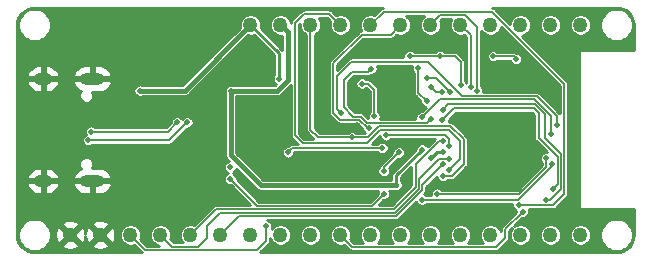
<source format=gbr>
%TF.GenerationSoftware,KiCad,Pcbnew,(5.1.10-1-10_14)*%
%TF.CreationDate,2021-09-29T23:55:06+08:00*%
%TF.ProjectId,esp32-nano,65737033-322d-46e6-916e-6f2e6b696361,1.0*%
%TF.SameCoordinates,Original*%
%TF.FileFunction,Copper,L2,Bot*%
%TF.FilePolarity,Positive*%
%FSLAX46Y46*%
G04 Gerber Fmt 4.6, Leading zero omitted, Abs format (unit mm)*
G04 Created by KiCad (PCBNEW (5.1.10-1-10_14)) date 2021-09-29 23:55:06*
%MOMM*%
%LPD*%
G01*
G04 APERTURE LIST*
%TA.AperFunction,ComponentPad*%
%ADD10O,2.100000X1.000000*%
%TD*%
%TA.AperFunction,ComponentPad*%
%ADD11O,1.600000X1.000000*%
%TD*%
%TA.AperFunction,ComponentPad*%
%ADD12C,1.270000*%
%TD*%
%TA.AperFunction,ViaPad*%
%ADD13C,0.508000*%
%TD*%
%TA.AperFunction,Conductor*%
%ADD14C,0.381000*%
%TD*%
%TA.AperFunction,Conductor*%
%ADD15C,0.254000*%
%TD*%
%TA.AperFunction,Conductor*%
%ADD16C,0.152400*%
%TD*%
%TA.AperFunction,Conductor*%
%ADD17C,0.100000*%
%TD*%
G04 APERTURE END LIST*
D10*
%TO.P,USB1,S1*%
%TO.N,GND*%
X32086000Y-40388000D03*
X32086000Y-31748000D03*
D11*
X27906000Y-31748000D03*
X27906000Y-40388000D03*
%TD*%
D12*
%TO.P,P3,18*%
%TO.N,GND*%
X30226000Y-44958000D03*
%TO.P,P3,17*%
X32766000Y-44958000D03*
%TO.P,P3,16*%
%TO.N,GPIO4*%
X35306000Y-44958000D03*
%TO.P,P3,15*%
%TO.N,GPIO13*%
X37846000Y-44958000D03*
%TO.P,P3,14*%
%TO.N,GPIO14*%
X40386000Y-44958000D03*
%TO.P,P3,13*%
%TO.N,GPIO15*%
X42926000Y-44958000D03*
%TO.P,P3,12*%
%TO.N,GPIO27*%
X45466000Y-44958000D03*
%TO.P,P3,11*%
%TO.N,GPIO9*%
X48006000Y-44958000D03*
%TO.P,P3,10*%
%TO.N,GPIO10*%
X50546000Y-44958000D03*
%TO.P,P3,9*%
%TO.N,GPIO18*%
X53086000Y-44958000D03*
%TO.P,P3,8*%
%TO.N,GPIO19*%
X55626000Y-44958000D03*
%TO.P,P3,7*%
%TO.N,GPIO11*%
X58166000Y-44958000D03*
%TO.P,P3,6*%
%TO.N,GPIO6*%
X60706000Y-44958000D03*
%TO.P,P3,5*%
%TO.N,GPIO7*%
X63246000Y-44958000D03*
%TO.P,P3,4*%
%TO.N,GPIO8*%
X65786000Y-44958000D03*
%TO.P,P3,3*%
%TO.N,GPIO23*%
X68326000Y-44958000D03*
%TO.P,P3,2*%
%TO.N,GPIO25*%
X70866000Y-44958000D03*
%TO.P,P3,1*%
%TO.N,GPIO26*%
X73406000Y-44958000D03*
%TD*%
%TO.P,P2,12*%
%TO.N,VBUS*%
X45466000Y-27178000D03*
%TO.P,P2,11*%
%TO.N,+3V3*%
X48006000Y-27178000D03*
%TO.P,P2,10*%
%TO.N,GPIO0*%
X50546000Y-27178000D03*
%TO.P,P2,9*%
%TO.N,GPIO2*%
X53086000Y-27178000D03*
%TO.P,P2,8*%
%TO.N,GPIO5*%
X55626000Y-27178000D03*
%TO.P,P2,7*%
%TO.N,GPIO12*%
X58166000Y-27178000D03*
%TO.P,P2,6*%
%TO.N,GPIO34*%
X60706000Y-27178000D03*
%TO.P,P2,5*%
%TO.N,GPIO35*%
X63246000Y-27178000D03*
%TO.P,P2,4*%
%TO.N,SENSOR_VN*%
X65786000Y-27178000D03*
%TO.P,P2,3*%
%TO.N,GPIO38*%
X68326000Y-27178000D03*
%TO.P,P2,2*%
%TO.N,GPIO37*%
X70866000Y-27178000D03*
%TO.P,P2,1*%
%TO.N,SENSOR_VP*%
X73406000Y-27178000D03*
%TD*%
D13*
%TO.N,+3V3*%
X43815000Y-32766000D03*
X57813000Y-40739006D03*
X66040000Y-29845000D03*
X60762967Y-38478467D03*
X60012250Y-37727750D03*
X61742250Y-37937750D03*
X67965250Y-30063750D03*
X54884250Y-32143000D03*
X55944870Y-34923769D03*
%TO.N,EN*%
X55697050Y-30876550D03*
X60726250Y-35143750D03*
X63266250Y-32298950D03*
X58948250Y-29809750D03*
X61488250Y-29809750D03*
%TO.N,Net-(C9-Pad2)*%
X60396050Y-33645150D03*
X59684850Y-30825749D03*
%TO.N,VBUS*%
X47878999Y-31750000D03*
X36096010Y-32738000D03*
%TO.N,GPIO0*%
X54102000Y-36703000D03*
X61762250Y-39977750D03*
%TO.N,GPIO2*%
X62262250Y-39477750D03*
%TO.N,GPIO5*%
X68175287Y-42439528D03*
%TO.N,GPIO12*%
X62250250Y-37434950D03*
X56941650Y-36515350D03*
X55481009Y-35931161D03*
%TO.N,GPIO34*%
X64664416Y-32756129D03*
%TO.N,GPIO35*%
X64109853Y-32446774D03*
%TO.N,GPIO4*%
X46762250Y-44227778D03*
%TO.N,GPIO13*%
X62275810Y-38515484D03*
%TO.N,GPIO14*%
X61742250Y-36997960D03*
%TO.N,GPIO15*%
X61762250Y-38977750D03*
%TO.N,GPIO18*%
X68512250Y-42977750D03*
%TO.N,GPIO25*%
X70505250Y-41982328D03*
X61742250Y-34381750D03*
%TO.N,GPIO26*%
X61716860Y-35270750D03*
X71089450Y-41061950D03*
%TO.N,CP_Tx*%
X60012250Y-41977750D03*
X71013218Y-38953750D03*
%TO.N,DTR*%
X48641000Y-37973000D03*
X56642000Y-37592000D03*
%TO.N,Net-(R4-Pad1)*%
X56758224Y-39542861D03*
X58012250Y-37977734D03*
%TO.N,RTS*%
X43762250Y-40227750D03*
X56762258Y-41477750D03*
%TO.N,CP_Rx*%
X43762250Y-39227750D03*
X70512250Y-38477750D03*
X61262250Y-41477750D03*
%TO.N,USB-PWR-DM*%
X31985278Y-36214258D03*
X39243000Y-35433000D03*
%TO.N,USB-PWR-DP*%
X31750000Y-36957000D03*
X40132000Y-35433000D03*
%TO.N,GPIO32*%
X60446850Y-31663950D03*
X62349071Y-32823575D03*
%TO.N,GPIO33*%
X61716860Y-32883150D03*
X60751650Y-32476750D03*
%TO.N,GPIO21*%
X59964250Y-35016750D03*
X70886250Y-36413750D03*
%TO.N,GPIO22*%
X53123747Y-34616253D03*
X71394250Y-35651750D03*
%TO.N,GND*%
X67912250Y-39227750D03*
X66912250Y-39227750D03*
X65912250Y-39227750D03*
X64912250Y-39227750D03*
X64912250Y-36227750D03*
X65912250Y-36227750D03*
X66912250Y-36227750D03*
X67912250Y-36227750D03*
X67912250Y-38227750D03*
X67912250Y-37227750D03*
X64912250Y-37227750D03*
X64912250Y-38227750D03*
X65912250Y-38227750D03*
X66912250Y-38227750D03*
X66912250Y-37227750D03*
X65912250Y-37227750D03*
X38989000Y-37719000D03*
X40132000Y-37719000D03*
X40132000Y-38862000D03*
X41275000Y-37719000D03*
X60726250Y-40858750D03*
X44831000Y-36703000D03*
X35433000Y-30734000D03*
X36068000Y-33782000D03*
X71755000Y-30734000D03*
X58928000Y-40767000D03*
X47848450Y-36007350D03*
X66040000Y-32131000D03*
X57012250Y-33727750D03*
X58262250Y-33727750D03*
X58262250Y-32227750D03*
X57012250Y-32227750D03*
X62250250Y-40858750D03*
X61742250Y-42509750D03*
X70632250Y-31714750D03*
X61234250Y-28539750D03*
X49931250Y-29682750D03*
X73019850Y-32451350D03*
X73019850Y-31790950D03*
X73019850Y-31130550D03*
X73019850Y-30470150D03*
X73019850Y-29809750D03*
X73019850Y-29149350D03*
X73629450Y-29149350D03*
X74239050Y-29149350D03*
X74848650Y-29149350D03*
X75458250Y-29149350D03*
X76067850Y-29149350D03*
X76677450Y-29149350D03*
X77287050Y-29149350D03*
X77896650Y-29149350D03*
X73045250Y-33467350D03*
X73045250Y-34097270D03*
X73045250Y-34727190D03*
X73045250Y-35357110D03*
X73045250Y-35987030D03*
X73045250Y-36616950D03*
X73045250Y-37246870D03*
X73045250Y-37876790D03*
X73045250Y-38506710D03*
X73045250Y-39136630D03*
X73045250Y-39766550D03*
X73045250Y-40396470D03*
X73045250Y-41026390D03*
X73045250Y-41656310D03*
X73045250Y-42286230D03*
X73045250Y-42916150D03*
X73652027Y-42916150D03*
X74258804Y-42916150D03*
X74865581Y-42916150D03*
X75472358Y-42916150D03*
X76079135Y-42916150D03*
X76685912Y-42916150D03*
X77292689Y-42916150D03*
X77899466Y-42916150D03*
X63063050Y-29174750D03*
X54477850Y-35677150D03*
X52598250Y-36083550D03*
X63520250Y-42509750D03*
X67076250Y-43271750D03*
X48280250Y-39715750D03*
X50820250Y-41493750D03*
X42184250Y-34127750D03*
X40132000Y-40005000D03*
X38989000Y-40005000D03*
X38989000Y-38862000D03*
X41275000Y-38862000D03*
X41275000Y-40005000D03*
X37202250Y-26297750D03*
%TD*%
D14*
%TO.N,+3V3*%
X48640999Y-27812999D02*
X48006000Y-27178000D01*
X48640999Y-31833822D02*
X48640999Y-27812999D01*
X47708821Y-32766000D02*
X48640999Y-31833822D01*
X43815000Y-32766000D02*
X47708821Y-32766000D01*
X43815000Y-38227000D02*
X46327006Y-40739006D01*
X43815000Y-32766000D02*
X43815000Y-38227000D01*
X46327006Y-40739006D02*
X57813000Y-40739006D01*
D15*
X57813000Y-39927000D02*
X57813000Y-40739006D01*
X60012250Y-37727750D02*
X57813000Y-39927000D01*
X61303684Y-37937750D02*
X61742250Y-37937750D01*
X60762967Y-38478467D02*
X61303684Y-37937750D01*
D16*
X67746500Y-29845000D02*
X67965250Y-30063750D01*
X66040000Y-29845000D02*
X67746500Y-29845000D01*
X54884250Y-32143000D02*
X55439500Y-32143000D01*
X55944870Y-32648370D02*
X55944870Y-34923769D01*
X55439500Y-32143000D02*
X55944870Y-32648370D01*
%TO.N,EN*%
X55443051Y-31130549D02*
X55697050Y-30876550D01*
X54071451Y-31130549D02*
X55443051Y-31130549D01*
X60726250Y-35143750D02*
X60396049Y-35473951D01*
X54173038Y-34940538D02*
X53360250Y-34127750D01*
X54813042Y-34940538D02*
X54173038Y-34940538D01*
X53360250Y-31841750D02*
X54071451Y-31130549D01*
X55346455Y-35473951D02*
X54813042Y-34940538D01*
X53360250Y-34127750D02*
X53360250Y-31841750D01*
X60396049Y-35473951D02*
X55346455Y-35473951D01*
X58948250Y-29809750D02*
X61488250Y-29809750D01*
X62758250Y-29809750D02*
X61488250Y-29809750D01*
X63266250Y-30317750D02*
X62758250Y-29809750D01*
X63266250Y-32298950D02*
X63266250Y-30317750D01*
%TO.N,Net-(C9-Pad2)*%
X60396050Y-33645150D02*
X59684850Y-32933950D01*
X59684850Y-32933950D02*
X59684850Y-30825749D01*
D15*
%TO.N,VBUS*%
X45466000Y-27178000D02*
X47878999Y-29590999D01*
X47878999Y-29590999D02*
X47878999Y-31750000D01*
D14*
X45466000Y-27178000D02*
X39906000Y-32738000D01*
X39906000Y-32738000D02*
X36096010Y-32738000D01*
D16*
%TO.N,GPIO0*%
X50546000Y-36063300D02*
X50546000Y-27178000D01*
X51185700Y-36703000D02*
X50546000Y-36063300D01*
X54102000Y-36703000D02*
X51185700Y-36703000D01*
X56334248Y-35754580D02*
X55385828Y-36703000D01*
X63512250Y-38977750D02*
X63512250Y-36869275D01*
X62397555Y-35754580D02*
X56334248Y-35754580D01*
X61762250Y-39977750D02*
X62512250Y-39977750D01*
X62512250Y-39977750D02*
X63512250Y-38977750D01*
X63512250Y-36869275D02*
X62397555Y-35754580D01*
X55385828Y-36703000D02*
X54102000Y-36703000D01*
%TO.N,GPIO2*%
X52135750Y-26227750D02*
X53086000Y-27178000D01*
X49890301Y-37160201D02*
X49262250Y-36532150D01*
X55329799Y-37160201D02*
X49890301Y-37160201D01*
X56456010Y-36033990D02*
X55329799Y-37160201D01*
X63232839Y-36985010D02*
X62281819Y-36033990D01*
X62281819Y-36033990D02*
X56456010Y-36033990D01*
X63232839Y-38507161D02*
X63232839Y-36985010D01*
X50008981Y-26227750D02*
X52135750Y-26227750D01*
X49262250Y-26974481D02*
X50008981Y-26227750D01*
X49262250Y-36532150D02*
X49262250Y-26974481D01*
X62262250Y-39477750D02*
X63232839Y-38507161D01*
%TO.N,GPIO5*%
X65908927Y-26060389D02*
X56743611Y-26060389D01*
X71108872Y-42439528D02*
X72029250Y-41519150D01*
X72029250Y-32180712D02*
X65908927Y-26060389D01*
X68175287Y-42439528D02*
X71108872Y-42439528D01*
X72029250Y-41519150D02*
X72029250Y-32180712D01*
X56743611Y-26060389D02*
X55626000Y-27178000D01*
%TO.N,GPIO12*%
X62250250Y-36829302D02*
X61910898Y-36489950D01*
X62250250Y-37434950D02*
X62250250Y-36829302D01*
X56967050Y-36489950D02*
X56941650Y-36515350D01*
X61910898Y-36489950D02*
X56967050Y-36489950D01*
X55408519Y-35931161D02*
X55481009Y-35931161D01*
X54697307Y-35219949D02*
X55408519Y-35931161D01*
X53080849Y-35219949D02*
X54697307Y-35219949D01*
X52478841Y-34617941D02*
X53080849Y-35219949D01*
X52478841Y-30423014D02*
X52478841Y-34617941D01*
X54885654Y-28016201D02*
X52478841Y-30423014D01*
X57327799Y-28016201D02*
X54885654Y-28016201D01*
X58166000Y-27178000D02*
X57327799Y-28016201D01*
%TO.N,GPIO34*%
X61544201Y-26339799D02*
X63648337Y-26339799D01*
X63648337Y-26339799D02*
X64664416Y-27355878D01*
X60706000Y-27178000D02*
X61544201Y-26339799D01*
X64664416Y-27355878D02*
X64664416Y-32756129D01*
%TO.N,GPIO35*%
X64109853Y-28041853D02*
X64109853Y-32446774D01*
X63246000Y-27178000D02*
X64109853Y-28041853D01*
%TO.N,GPIO4*%
X46012250Y-46227750D02*
X46762250Y-45477750D01*
X35306000Y-44958000D02*
X36575750Y-46227750D01*
X36575750Y-46227750D02*
X46012250Y-46227750D01*
X46762250Y-45477750D02*
X46762250Y-44227778D01*
%TO.N,GPIO13*%
X38836340Y-45948340D02*
X41041660Y-45948340D01*
X59732841Y-41033963D02*
X59732841Y-40257159D01*
X37846000Y-44958000D02*
X38836340Y-45948340D01*
X41041660Y-45948340D02*
X41762250Y-45227750D01*
X41762250Y-44227750D02*
X42921430Y-43068570D01*
X57698234Y-43068570D02*
X59732841Y-41033963D01*
X41762250Y-45227750D02*
X41762250Y-44227750D01*
X61474516Y-38515484D02*
X62275810Y-38515484D01*
X42921430Y-43068570D02*
X57698234Y-43068570D01*
X59732841Y-40257159D02*
X61474516Y-38515484D01*
%TO.N,GPIO14*%
X57582498Y-42789160D02*
X59453430Y-40918228D01*
X40386000Y-44958000D02*
X42554840Y-42789160D01*
X42554840Y-42789160D02*
X57582498Y-42789160D01*
X59453430Y-38978360D02*
X61433830Y-36997960D01*
X59453430Y-40918228D02*
X59453430Y-38978360D01*
X61433830Y-36997960D02*
X61742250Y-36997960D01*
%TO.N,GPIO15*%
X42926000Y-44958000D02*
X44536020Y-43347980D01*
X60012252Y-41149698D02*
X60012252Y-40727748D01*
X60012252Y-40727748D02*
X61762250Y-38977750D01*
X57813970Y-43347980D02*
X60012252Y-41149698D01*
X44536020Y-43347980D02*
X57813970Y-43347980D01*
%TO.N,GPIO18*%
X54105750Y-45977750D02*
X66262250Y-45977750D01*
X67012250Y-44477750D02*
X68512250Y-42977750D01*
X53086000Y-44958000D02*
X54105750Y-45977750D01*
X66262250Y-45977750D02*
X67012250Y-45227750D01*
X67012250Y-45227750D02*
X67012250Y-44477750D01*
%TO.N,GPIO25*%
X70864460Y-41982328D02*
X70505250Y-41982328D01*
X71749839Y-41096949D02*
X70864460Y-41982328D01*
X69522544Y-33892898D02*
X70378250Y-34748604D01*
X70378250Y-34748604D02*
X70378250Y-36718572D01*
X71749839Y-38090161D02*
X71749839Y-41096949D01*
X62231102Y-33892898D02*
X69522544Y-33892898D01*
X61742250Y-34381750D02*
X62231102Y-33892898D01*
X70378250Y-36718572D02*
X71749839Y-38090161D01*
%TO.N,GPIO26*%
X61716860Y-35270750D02*
X62732860Y-34254750D01*
X71470428Y-40680972D02*
X71089450Y-41061950D01*
X69870250Y-34635750D02*
X69870250Y-36769394D01*
X69489250Y-34254750D02*
X69870250Y-34635750D01*
X69870250Y-36769394D02*
X71470428Y-38369572D01*
X62732860Y-34254750D02*
X69489250Y-34254750D01*
X71470428Y-38369572D02*
X71470428Y-40680972D01*
%TO.N,CP_Tx*%
X60012250Y-41977750D02*
X68130396Y-41977750D01*
X68130396Y-41977750D02*
X71013218Y-39094928D01*
X71013218Y-39094928D02*
X71013218Y-38953750D01*
%TO.N,DTR*%
X49022000Y-37592000D02*
X56642000Y-37592000D01*
X48641000Y-37973000D02*
X49022000Y-37592000D01*
%TO.N,Net-(R4-Pad1)*%
X58012250Y-37977750D02*
X58012250Y-37977734D01*
X56758224Y-39231776D02*
X58012250Y-37977750D01*
X56758224Y-39542861D02*
X56758224Y-39231776D01*
%TO.N,RTS*%
X43762250Y-40227750D02*
X46044250Y-42509750D01*
X55730258Y-42509750D02*
X56762258Y-41477750D01*
X46044250Y-42509750D02*
X55730258Y-42509750D01*
%TO.N,CP_Rx*%
X70512250Y-38477750D02*
X70512250Y-39200750D01*
X68235250Y-41477750D02*
X61262250Y-41477750D01*
X70512250Y-39200750D02*
X68235250Y-41477750D01*
%TO.N,USB-PWR-DM*%
X38461742Y-36214258D02*
X39243000Y-35433000D01*
X31985278Y-36214258D02*
X38461742Y-36214258D01*
%TO.N,USB-PWR-DP*%
X31750000Y-36957000D02*
X38608000Y-36957000D01*
X38608000Y-36957000D02*
X40132000Y-35433000D01*
%TO.N,GPIO32*%
X61189446Y-31663950D02*
X62349071Y-32823575D01*
X60446850Y-31663950D02*
X61189446Y-31663950D01*
%TO.N,GPIO33*%
X61158050Y-32883150D02*
X60751650Y-32476750D01*
X61716860Y-32883150D02*
X61158050Y-32883150D01*
%TO.N,GPIO21*%
X70886250Y-34861458D02*
X70886250Y-36413750D01*
X69517542Y-33492750D02*
X70886250Y-34861458D01*
X59964250Y-35016750D02*
X61488250Y-33492750D01*
X61488250Y-33492750D02*
X69517542Y-33492750D01*
%TO.N,GPIO22*%
X69717839Y-33213339D02*
X71394250Y-34889750D01*
X54014104Y-30284750D02*
X60486906Y-30284750D01*
X53123747Y-34616253D02*
X52826839Y-34319345D01*
X52826839Y-31472015D02*
X54014104Y-30284750D01*
X52826839Y-34319345D02*
X52826839Y-31472015D01*
X63415495Y-33213339D02*
X69717839Y-33213339D01*
X60486906Y-30284750D02*
X63415495Y-33213339D01*
X71394250Y-34889750D02*
X71394250Y-35651750D01*
%TD*%
D15*
%TO.N,GND*%
X56679735Y-25707753D02*
X56673587Y-25708358D01*
X56607293Y-25728468D01*
X56606255Y-25728783D01*
X56544201Y-25761951D01*
X56513006Y-25787553D01*
X56507082Y-25792415D01*
X56489811Y-25806589D01*
X56478629Y-25820214D01*
X55969876Y-26328967D01*
X55893187Y-26297201D01*
X55716218Y-26262000D01*
X55535782Y-26262000D01*
X55358813Y-26297201D01*
X55192111Y-26366251D01*
X55042084Y-26466496D01*
X54914496Y-26594084D01*
X54814251Y-26744111D01*
X54745201Y-26910813D01*
X54710000Y-27087782D01*
X54710000Y-27268218D01*
X54745201Y-27445187D01*
X54814251Y-27611889D01*
X54847112Y-27661069D01*
X54821778Y-27663565D01*
X54815630Y-27664170D01*
X54753803Y-27682925D01*
X54748298Y-27684595D01*
X54686244Y-27717763D01*
X54631854Y-27762401D01*
X54620672Y-27776026D01*
X52238662Y-30158036D01*
X52225041Y-30169215D01*
X52213863Y-30182835D01*
X52213857Y-30182841D01*
X52202212Y-30197031D01*
X52180403Y-30223605D01*
X52148196Y-30283861D01*
X52147235Y-30285659D01*
X52127221Y-30351638D01*
X52126810Y-30352992D01*
X52121641Y-30405471D01*
X52121641Y-30405478D01*
X52119914Y-30423014D01*
X52121641Y-30440550D01*
X52121642Y-34600395D01*
X52119914Y-34617941D01*
X52126810Y-34687964D01*
X52147235Y-34755296D01*
X52153873Y-34767715D01*
X52180404Y-34817351D01*
X52193416Y-34833206D01*
X52213857Y-34858114D01*
X52213864Y-34858121D01*
X52225042Y-34871741D01*
X52238662Y-34882919D01*
X52815865Y-35460122D01*
X52827049Y-35473749D01*
X52881439Y-35518387D01*
X52929310Y-35543974D01*
X52943493Y-35551555D01*
X53010825Y-35571980D01*
X53016973Y-35572585D01*
X53063305Y-35577149D01*
X53063313Y-35577149D01*
X53080849Y-35578876D01*
X53098385Y-35577149D01*
X54549350Y-35577149D01*
X54946009Y-35973808D01*
X54946009Y-35983854D01*
X54966568Y-36087215D01*
X55006898Y-36184579D01*
X55065447Y-36272204D01*
X55139043Y-36345800D01*
X54501405Y-36345800D01*
X54443043Y-36287438D01*
X54355418Y-36228889D01*
X54258054Y-36188559D01*
X54154693Y-36168000D01*
X54049307Y-36168000D01*
X53945946Y-36188559D01*
X53848582Y-36228889D01*
X53760957Y-36287438D01*
X53702595Y-36345800D01*
X51333657Y-36345800D01*
X50903200Y-35915343D01*
X50903200Y-28021515D01*
X50979889Y-27989749D01*
X51129916Y-27889504D01*
X51257504Y-27761916D01*
X51357749Y-27611889D01*
X51426799Y-27445187D01*
X51462000Y-27268218D01*
X51462000Y-27087782D01*
X51426799Y-26910813D01*
X51357749Y-26744111D01*
X51257504Y-26594084D01*
X51248370Y-26584950D01*
X51987793Y-26584950D01*
X52236967Y-26834124D01*
X52205201Y-26910813D01*
X52170000Y-27087782D01*
X52170000Y-27268218D01*
X52205201Y-27445187D01*
X52274251Y-27611889D01*
X52374496Y-27761916D01*
X52502084Y-27889504D01*
X52652111Y-27989749D01*
X52818813Y-28058799D01*
X52995782Y-28094000D01*
X53176218Y-28094000D01*
X53353187Y-28058799D01*
X53519889Y-27989749D01*
X53669916Y-27889504D01*
X53797504Y-27761916D01*
X53897749Y-27611889D01*
X53966799Y-27445187D01*
X54002000Y-27268218D01*
X54002000Y-27087782D01*
X53966799Y-26910813D01*
X53897749Y-26744111D01*
X53797504Y-26594084D01*
X53669916Y-26466496D01*
X53519889Y-26366251D01*
X53353187Y-26297201D01*
X53176218Y-26262000D01*
X52995782Y-26262000D01*
X52818813Y-26297201D01*
X52742124Y-26328967D01*
X52400732Y-25987575D01*
X52389550Y-25973950D01*
X52335160Y-25929312D01*
X52273106Y-25896144D01*
X52205773Y-25875719D01*
X52153294Y-25870550D01*
X52153286Y-25870550D01*
X52135750Y-25868823D01*
X52118214Y-25870550D01*
X50026516Y-25870550D01*
X50008980Y-25868823D01*
X49991444Y-25870550D01*
X49991437Y-25870550D01*
X49945697Y-25875055D01*
X49938957Y-25875719D01*
X49884897Y-25892118D01*
X49871625Y-25896144D01*
X49809571Y-25929312D01*
X49755181Y-25973950D01*
X49743999Y-25987575D01*
X49022071Y-26709503D01*
X49008451Y-26720681D01*
X48997273Y-26734301D01*
X48997266Y-26734308D01*
X48976856Y-26759179D01*
X48963813Y-26775071D01*
X48953943Y-26793537D01*
X48930644Y-26837126D01*
X48910219Y-26904458D01*
X48903323Y-26974481D01*
X48905051Y-26992027D01*
X48905051Y-27002573D01*
X48886799Y-26910813D01*
X48817749Y-26744111D01*
X48717504Y-26594084D01*
X48589916Y-26466496D01*
X48439889Y-26366251D01*
X48273187Y-26297201D01*
X48096218Y-26262000D01*
X47915782Y-26262000D01*
X47738813Y-26297201D01*
X47572111Y-26366251D01*
X47422084Y-26466496D01*
X47294496Y-26594084D01*
X47194251Y-26744111D01*
X47125201Y-26910813D01*
X47090000Y-27087782D01*
X47090000Y-27268218D01*
X47125201Y-27445187D01*
X47194251Y-27611889D01*
X47294496Y-27761916D01*
X47422084Y-27889504D01*
X47572111Y-27989749D01*
X47738813Y-28058799D01*
X47915782Y-28094000D01*
X48096218Y-28094000D01*
X48169500Y-28079423D01*
X48169500Y-29301842D01*
X48168894Y-29301104D01*
X48153330Y-29288331D01*
X46336075Y-27471077D01*
X46346799Y-27445187D01*
X46382000Y-27268218D01*
X46382000Y-27087782D01*
X46346799Y-26910813D01*
X46277749Y-26744111D01*
X46177504Y-26594084D01*
X46049916Y-26466496D01*
X45899889Y-26366251D01*
X45733187Y-26297201D01*
X45556218Y-26262000D01*
X45375782Y-26262000D01*
X45198813Y-26297201D01*
X45032111Y-26366251D01*
X44882084Y-26466496D01*
X44754496Y-26594084D01*
X44654251Y-26744111D01*
X44585201Y-26910813D01*
X44550000Y-27087782D01*
X44550000Y-27268218D01*
X44576376Y-27400823D01*
X39710699Y-32266500D01*
X36353336Y-32266500D01*
X36349428Y-32263889D01*
X36252064Y-32223559D01*
X36148703Y-32203000D01*
X36043317Y-32203000D01*
X35939956Y-32223559D01*
X35842592Y-32263889D01*
X35754967Y-32322438D01*
X35680448Y-32396957D01*
X35621899Y-32484582D01*
X35581569Y-32581946D01*
X35561010Y-32685307D01*
X35561010Y-32790693D01*
X35581569Y-32894054D01*
X35621899Y-32991418D01*
X35680448Y-33079043D01*
X35754967Y-33153562D01*
X35842592Y-33212111D01*
X35939956Y-33252441D01*
X36043317Y-33273000D01*
X36148703Y-33273000D01*
X36252064Y-33252441D01*
X36349428Y-33212111D01*
X36353336Y-33209500D01*
X39882839Y-33209500D01*
X39906000Y-33211781D01*
X39998430Y-33202678D01*
X40047639Y-33187750D01*
X40087308Y-33175717D01*
X40169219Y-33131935D01*
X40241014Y-33073014D01*
X40255783Y-33055018D01*
X45243177Y-28067624D01*
X45375782Y-28094000D01*
X45556218Y-28094000D01*
X45733187Y-28058799D01*
X45759077Y-28048075D01*
X47470999Y-29759998D01*
X47471000Y-31401394D01*
X47463437Y-31408957D01*
X47404888Y-31496582D01*
X47364558Y-31593946D01*
X47343999Y-31697307D01*
X47343999Y-31802693D01*
X47364558Y-31906054D01*
X47404888Y-32003418D01*
X47463437Y-32091043D01*
X47537956Y-32165562D01*
X47600600Y-32207419D01*
X47513520Y-32294500D01*
X44072326Y-32294500D01*
X44068418Y-32291889D01*
X43971054Y-32251559D01*
X43867693Y-32231000D01*
X43762307Y-32231000D01*
X43658946Y-32251559D01*
X43561582Y-32291889D01*
X43473957Y-32350438D01*
X43399438Y-32424957D01*
X43340889Y-32512582D01*
X43300559Y-32609946D01*
X43280000Y-32713307D01*
X43280000Y-32818693D01*
X43300559Y-32922054D01*
X43340889Y-33019418D01*
X43343500Y-33023326D01*
X43343501Y-38203829D01*
X43341219Y-38227000D01*
X43350322Y-38319430D01*
X43371294Y-38388562D01*
X43377284Y-38408308D01*
X43421066Y-38490219D01*
X43479987Y-38562014D01*
X43497978Y-38576779D01*
X43629811Y-38708612D01*
X43606196Y-38713309D01*
X43508832Y-38753639D01*
X43421207Y-38812188D01*
X43346688Y-38886707D01*
X43288139Y-38974332D01*
X43247809Y-39071696D01*
X43227250Y-39175057D01*
X43227250Y-39280443D01*
X43247809Y-39383804D01*
X43288139Y-39481168D01*
X43346688Y-39568793D01*
X43421207Y-39643312D01*
X43508832Y-39701861D01*
X43571333Y-39727750D01*
X43508832Y-39753639D01*
X43421207Y-39812188D01*
X43346688Y-39886707D01*
X43288139Y-39974332D01*
X43247809Y-40071696D01*
X43227250Y-40175057D01*
X43227250Y-40280443D01*
X43247809Y-40383804D01*
X43288139Y-40481168D01*
X43346688Y-40568793D01*
X43421207Y-40643312D01*
X43508832Y-40701861D01*
X43606196Y-40742191D01*
X43709557Y-40762750D01*
X43792093Y-40762750D01*
X45461303Y-42431960D01*
X42572376Y-42431960D01*
X42554840Y-42430233D01*
X42537304Y-42431960D01*
X42537296Y-42431960D01*
X42490964Y-42436524D01*
X42484816Y-42437129D01*
X42421160Y-42456439D01*
X42417484Y-42457554D01*
X42355430Y-42490722D01*
X42339691Y-42503639D01*
X42314666Y-42524176D01*
X42314660Y-42524182D01*
X42301040Y-42535360D01*
X42289862Y-42548980D01*
X40729876Y-44108967D01*
X40653187Y-44077201D01*
X40476218Y-44042000D01*
X40295782Y-44042000D01*
X40118813Y-44077201D01*
X39952111Y-44146251D01*
X39802084Y-44246496D01*
X39674496Y-44374084D01*
X39574251Y-44524111D01*
X39505201Y-44690813D01*
X39470000Y-44867782D01*
X39470000Y-45048218D01*
X39505201Y-45225187D01*
X39574251Y-45391889D01*
X39674496Y-45541916D01*
X39723720Y-45591140D01*
X38984297Y-45591140D01*
X38695033Y-45301876D01*
X38726799Y-45225187D01*
X38762000Y-45048218D01*
X38762000Y-44867782D01*
X38726799Y-44690813D01*
X38657749Y-44524111D01*
X38557504Y-44374084D01*
X38429916Y-44246496D01*
X38279889Y-44146251D01*
X38113187Y-44077201D01*
X37936218Y-44042000D01*
X37755782Y-44042000D01*
X37578813Y-44077201D01*
X37412111Y-44146251D01*
X37262084Y-44246496D01*
X37134496Y-44374084D01*
X37034251Y-44524111D01*
X36965201Y-44690813D01*
X36930000Y-44867782D01*
X36930000Y-45048218D01*
X36965201Y-45225187D01*
X37034251Y-45391889D01*
X37134496Y-45541916D01*
X37262084Y-45669504D01*
X37412111Y-45769749D01*
X37578813Y-45838799D01*
X37738438Y-45870550D01*
X36723707Y-45870550D01*
X36155033Y-45301876D01*
X36186799Y-45225187D01*
X36222000Y-45048218D01*
X36222000Y-44867782D01*
X36186799Y-44690813D01*
X36117749Y-44524111D01*
X36017504Y-44374084D01*
X35889916Y-44246496D01*
X35739889Y-44146251D01*
X35573187Y-44077201D01*
X35396218Y-44042000D01*
X35215782Y-44042000D01*
X35038813Y-44077201D01*
X34872111Y-44146251D01*
X34722084Y-44246496D01*
X34594496Y-44374084D01*
X34494251Y-44524111D01*
X34425201Y-44690813D01*
X34390000Y-44867782D01*
X34390000Y-45048218D01*
X34425201Y-45225187D01*
X34494251Y-45391889D01*
X34594496Y-45541916D01*
X34722084Y-45669504D01*
X34872111Y-45769749D01*
X35038813Y-45838799D01*
X35215782Y-45874000D01*
X35396218Y-45874000D01*
X35573187Y-45838799D01*
X35649876Y-45807033D01*
X36272843Y-46430000D01*
X27192970Y-46430000D01*
X26892370Y-46400526D01*
X26617624Y-46317575D01*
X26364220Y-46182838D01*
X26141810Y-46001445D01*
X25958874Y-45780313D01*
X25822370Y-45527855D01*
X25737503Y-45253694D01*
X25706000Y-44953964D01*
X25706000Y-44821983D01*
X25797000Y-44821983D01*
X25797000Y-45094017D01*
X25850071Y-45360823D01*
X25954174Y-45612149D01*
X26105307Y-45838336D01*
X26297664Y-46030693D01*
X26523851Y-46181826D01*
X26775177Y-46285929D01*
X27041983Y-46339000D01*
X27314017Y-46339000D01*
X27580823Y-46285929D01*
X27832149Y-46181826D01*
X28058336Y-46030693D01*
X28250693Y-45838336D01*
X28254392Y-45832800D01*
X29530805Y-45832800D01*
X29582369Y-46059946D01*
X29809716Y-46164339D01*
X30053059Y-46222373D01*
X30303049Y-46231818D01*
X30550078Y-46192310D01*
X30784653Y-46105369D01*
X30869631Y-46059946D01*
X30921195Y-45832800D01*
X32070805Y-45832800D01*
X32122369Y-46059946D01*
X32349716Y-46164339D01*
X32593059Y-46222373D01*
X32843049Y-46231818D01*
X33090078Y-46192310D01*
X33324653Y-46105369D01*
X33409631Y-46059946D01*
X33461195Y-45832800D01*
X32766000Y-45137605D01*
X32070805Y-45832800D01*
X30921195Y-45832800D01*
X30226000Y-45137605D01*
X29530805Y-45832800D01*
X28254392Y-45832800D01*
X28401826Y-45612149D01*
X28505929Y-45360823D01*
X28559000Y-45094017D01*
X28559000Y-45035049D01*
X28952182Y-45035049D01*
X28991690Y-45282078D01*
X29078631Y-45516653D01*
X29124054Y-45601631D01*
X29351200Y-45653195D01*
X30046395Y-44958000D01*
X30405605Y-44958000D01*
X31100800Y-45653195D01*
X31327946Y-45601631D01*
X31432339Y-45374284D01*
X31490373Y-45130941D01*
X31493649Y-45044224D01*
X31531690Y-45282078D01*
X31618631Y-45516653D01*
X31664054Y-45601631D01*
X31891200Y-45653195D01*
X32586395Y-44958000D01*
X32945605Y-44958000D01*
X33640800Y-45653195D01*
X33867946Y-45601631D01*
X33972339Y-45374284D01*
X34030373Y-45130941D01*
X34039818Y-44880951D01*
X34000310Y-44633922D01*
X33913369Y-44399347D01*
X33867946Y-44314369D01*
X33640800Y-44262805D01*
X32945605Y-44958000D01*
X32586395Y-44958000D01*
X31891200Y-44262805D01*
X31664054Y-44314369D01*
X31559661Y-44541716D01*
X31501627Y-44785059D01*
X31498351Y-44871776D01*
X31460310Y-44633922D01*
X31373369Y-44399347D01*
X31327946Y-44314369D01*
X31100800Y-44262805D01*
X30405605Y-44958000D01*
X30046395Y-44958000D01*
X29351200Y-44262805D01*
X29124054Y-44314369D01*
X29019661Y-44541716D01*
X28961627Y-44785059D01*
X28952182Y-45035049D01*
X28559000Y-45035049D01*
X28559000Y-44821983D01*
X28505929Y-44555177D01*
X28401826Y-44303851D01*
X28254393Y-44083200D01*
X29530805Y-44083200D01*
X30226000Y-44778395D01*
X30921195Y-44083200D01*
X32070805Y-44083200D01*
X32766000Y-44778395D01*
X33461195Y-44083200D01*
X33409631Y-43856054D01*
X33182284Y-43751661D01*
X32938941Y-43693627D01*
X32688951Y-43684182D01*
X32441922Y-43723690D01*
X32207347Y-43810631D01*
X32122369Y-43856054D01*
X32070805Y-44083200D01*
X30921195Y-44083200D01*
X30869631Y-43856054D01*
X30642284Y-43751661D01*
X30398941Y-43693627D01*
X30148951Y-43684182D01*
X29901922Y-43723690D01*
X29667347Y-43810631D01*
X29582369Y-43856054D01*
X29530805Y-44083200D01*
X28254393Y-44083200D01*
X28250693Y-44077664D01*
X28058336Y-43885307D01*
X27832149Y-43734174D01*
X27580823Y-43630071D01*
X27314017Y-43577000D01*
X27041983Y-43577000D01*
X26775177Y-43630071D01*
X26523851Y-43734174D01*
X26297664Y-43885307D01*
X26105307Y-44077664D01*
X25954174Y-44303851D01*
X25850071Y-44555177D01*
X25797000Y-44821983D01*
X25706000Y-44821983D01*
X25706000Y-40689874D01*
X26511881Y-40689874D01*
X26591724Y-40912976D01*
X26713631Y-41100764D01*
X26869831Y-41261161D01*
X27054322Y-41388003D01*
X27260013Y-41476415D01*
X27479000Y-41523000D01*
X27779000Y-41523000D01*
X27779000Y-40515000D01*
X28033000Y-40515000D01*
X28033000Y-41523000D01*
X28333000Y-41523000D01*
X28551987Y-41476415D01*
X28757678Y-41388003D01*
X28942169Y-41261161D01*
X29098369Y-41100764D01*
X29220276Y-40912976D01*
X29300119Y-40689874D01*
X30441881Y-40689874D01*
X30521724Y-40912976D01*
X30643631Y-41100764D01*
X30799831Y-41261161D01*
X30984322Y-41388003D01*
X31190013Y-41476415D01*
X31409000Y-41523000D01*
X31959000Y-41523000D01*
X31959000Y-40515000D01*
X32213000Y-40515000D01*
X32213000Y-41523000D01*
X32763000Y-41523000D01*
X32981987Y-41476415D01*
X33187678Y-41388003D01*
X33372169Y-41261161D01*
X33528369Y-41100764D01*
X33650276Y-40912976D01*
X33730119Y-40689874D01*
X33603954Y-40515000D01*
X32213000Y-40515000D01*
X31959000Y-40515000D01*
X30568046Y-40515000D01*
X30441881Y-40689874D01*
X29300119Y-40689874D01*
X29173954Y-40515000D01*
X28033000Y-40515000D01*
X27779000Y-40515000D01*
X26638046Y-40515000D01*
X26511881Y-40689874D01*
X25706000Y-40689874D01*
X25706000Y-40086126D01*
X26511881Y-40086126D01*
X26638046Y-40261000D01*
X27779000Y-40261000D01*
X27779000Y-39253000D01*
X28033000Y-39253000D01*
X28033000Y-40261000D01*
X29173954Y-40261000D01*
X29300119Y-40086126D01*
X30441881Y-40086126D01*
X30568046Y-40261000D01*
X31959000Y-40261000D01*
X31959000Y-40241000D01*
X32213000Y-40241000D01*
X32213000Y-40261000D01*
X33603954Y-40261000D01*
X33730119Y-40086126D01*
X33650276Y-39863024D01*
X33528369Y-39675236D01*
X33372169Y-39514839D01*
X33187678Y-39387997D01*
X32981987Y-39299585D01*
X32763000Y-39253000D01*
X32087717Y-39253000D01*
X32093030Y-39245049D01*
X32138712Y-39134764D01*
X32162000Y-39017686D01*
X32162000Y-38898314D01*
X32138712Y-38781236D01*
X32093030Y-38670951D01*
X32026711Y-38571698D01*
X31942302Y-38487289D01*
X31843049Y-38420970D01*
X31732764Y-38375288D01*
X31615686Y-38352000D01*
X31496314Y-38352000D01*
X31379236Y-38375288D01*
X31268951Y-38420970D01*
X31169698Y-38487289D01*
X31085289Y-38571698D01*
X31018970Y-38670951D01*
X30973288Y-38781236D01*
X30950000Y-38898314D01*
X30950000Y-39017686D01*
X30973288Y-39134764D01*
X31018970Y-39245049D01*
X31085289Y-39344302D01*
X31085496Y-39344509D01*
X30984322Y-39387997D01*
X30799831Y-39514839D01*
X30643631Y-39675236D01*
X30521724Y-39863024D01*
X30441881Y-40086126D01*
X29300119Y-40086126D01*
X29220276Y-39863024D01*
X29098369Y-39675236D01*
X28942169Y-39514839D01*
X28757678Y-39387997D01*
X28551987Y-39299585D01*
X28333000Y-39253000D01*
X28033000Y-39253000D01*
X27779000Y-39253000D01*
X27479000Y-39253000D01*
X27260013Y-39299585D01*
X27054322Y-39387997D01*
X26869831Y-39514839D01*
X26713631Y-39675236D01*
X26591724Y-39863024D01*
X26511881Y-40086126D01*
X25706000Y-40086126D01*
X25706000Y-36904307D01*
X31215000Y-36904307D01*
X31215000Y-37009693D01*
X31235559Y-37113054D01*
X31275889Y-37210418D01*
X31334438Y-37298043D01*
X31408957Y-37372562D01*
X31496582Y-37431111D01*
X31593946Y-37471441D01*
X31697307Y-37492000D01*
X31802693Y-37492000D01*
X31906054Y-37471441D01*
X32003418Y-37431111D01*
X32091043Y-37372562D01*
X32149405Y-37314200D01*
X38590464Y-37314200D01*
X38608000Y-37315927D01*
X38625536Y-37314200D01*
X38625544Y-37314200D01*
X38678023Y-37309031D01*
X38745356Y-37288606D01*
X38807410Y-37255438D01*
X38861800Y-37210800D01*
X38872982Y-37197175D01*
X40102157Y-35968000D01*
X40184693Y-35968000D01*
X40288054Y-35947441D01*
X40385418Y-35907111D01*
X40473043Y-35848562D01*
X40547562Y-35774043D01*
X40606111Y-35686418D01*
X40646441Y-35589054D01*
X40667000Y-35485693D01*
X40667000Y-35380307D01*
X40646441Y-35276946D01*
X40606111Y-35179582D01*
X40547562Y-35091957D01*
X40473043Y-35017438D01*
X40385418Y-34958889D01*
X40288054Y-34918559D01*
X40184693Y-34898000D01*
X40079307Y-34898000D01*
X39975946Y-34918559D01*
X39878582Y-34958889D01*
X39790957Y-35017438D01*
X39716438Y-35091957D01*
X39687500Y-35135266D01*
X39658562Y-35091957D01*
X39584043Y-35017438D01*
X39496418Y-34958889D01*
X39399054Y-34918559D01*
X39295693Y-34898000D01*
X39190307Y-34898000D01*
X39086946Y-34918559D01*
X38989582Y-34958889D01*
X38901957Y-35017438D01*
X38827438Y-35091957D01*
X38768889Y-35179582D01*
X38728559Y-35276946D01*
X38708000Y-35380307D01*
X38708000Y-35462843D01*
X38313785Y-35857058D01*
X32384683Y-35857058D01*
X32326321Y-35798696D01*
X32238696Y-35740147D01*
X32141332Y-35699817D01*
X32037971Y-35679258D01*
X31932585Y-35679258D01*
X31829224Y-35699817D01*
X31731860Y-35740147D01*
X31644235Y-35798696D01*
X31569716Y-35873215D01*
X31511167Y-35960840D01*
X31470837Y-36058204D01*
X31450278Y-36161565D01*
X31450278Y-36266951D01*
X31470837Y-36370312D01*
X31511167Y-36467676D01*
X31515967Y-36474859D01*
X31496582Y-36482889D01*
X31408957Y-36541438D01*
X31334438Y-36615957D01*
X31275889Y-36703582D01*
X31235559Y-36800946D01*
X31215000Y-36904307D01*
X25706000Y-36904307D01*
X25706000Y-32049874D01*
X26511881Y-32049874D01*
X26591724Y-32272976D01*
X26713631Y-32460764D01*
X26869831Y-32621161D01*
X27054322Y-32748003D01*
X27260013Y-32836415D01*
X27479000Y-32883000D01*
X27779000Y-32883000D01*
X27779000Y-31875000D01*
X28033000Y-31875000D01*
X28033000Y-32883000D01*
X28333000Y-32883000D01*
X28551987Y-32836415D01*
X28757678Y-32748003D01*
X28942169Y-32621161D01*
X29098369Y-32460764D01*
X29220276Y-32272976D01*
X29300119Y-32049874D01*
X30441881Y-32049874D01*
X30521724Y-32272976D01*
X30643631Y-32460764D01*
X30799831Y-32621161D01*
X30984322Y-32748003D01*
X31085496Y-32791491D01*
X31085289Y-32791698D01*
X31018970Y-32890951D01*
X30973288Y-33001236D01*
X30950000Y-33118314D01*
X30950000Y-33237686D01*
X30973288Y-33354764D01*
X31018970Y-33465049D01*
X31085289Y-33564302D01*
X31169698Y-33648711D01*
X31268951Y-33715030D01*
X31379236Y-33760712D01*
X31496314Y-33784000D01*
X31615686Y-33784000D01*
X31732764Y-33760712D01*
X31843049Y-33715030D01*
X31942302Y-33648711D01*
X32026711Y-33564302D01*
X32093030Y-33465049D01*
X32138712Y-33354764D01*
X32162000Y-33237686D01*
X32162000Y-33118314D01*
X32138712Y-33001236D01*
X32093030Y-32890951D01*
X32087717Y-32883000D01*
X32763000Y-32883000D01*
X32981987Y-32836415D01*
X33187678Y-32748003D01*
X33372169Y-32621161D01*
X33528369Y-32460764D01*
X33650276Y-32272976D01*
X33730119Y-32049874D01*
X33603954Y-31875000D01*
X32213000Y-31875000D01*
X32213000Y-31895000D01*
X31959000Y-31895000D01*
X31959000Y-31875000D01*
X30568046Y-31875000D01*
X30441881Y-32049874D01*
X29300119Y-32049874D01*
X29173954Y-31875000D01*
X28033000Y-31875000D01*
X27779000Y-31875000D01*
X26638046Y-31875000D01*
X26511881Y-32049874D01*
X25706000Y-32049874D01*
X25706000Y-31446126D01*
X26511881Y-31446126D01*
X26638046Y-31621000D01*
X27779000Y-31621000D01*
X27779000Y-30613000D01*
X28033000Y-30613000D01*
X28033000Y-31621000D01*
X29173954Y-31621000D01*
X29300119Y-31446126D01*
X30441881Y-31446126D01*
X30568046Y-31621000D01*
X31959000Y-31621000D01*
X31959000Y-30613000D01*
X32213000Y-30613000D01*
X32213000Y-31621000D01*
X33603954Y-31621000D01*
X33730119Y-31446126D01*
X33650276Y-31223024D01*
X33528369Y-31035236D01*
X33372169Y-30874839D01*
X33187678Y-30747997D01*
X32981987Y-30659585D01*
X32763000Y-30613000D01*
X32213000Y-30613000D01*
X31959000Y-30613000D01*
X31409000Y-30613000D01*
X31190013Y-30659585D01*
X30984322Y-30747997D01*
X30799831Y-30874839D01*
X30643631Y-31035236D01*
X30521724Y-31223024D01*
X30441881Y-31446126D01*
X29300119Y-31446126D01*
X29220276Y-31223024D01*
X29098369Y-31035236D01*
X28942169Y-30874839D01*
X28757678Y-30747997D01*
X28551987Y-30659585D01*
X28333000Y-30613000D01*
X28033000Y-30613000D01*
X27779000Y-30613000D01*
X27479000Y-30613000D01*
X27260013Y-30659585D01*
X27054322Y-30747997D01*
X26869831Y-30874839D01*
X26713631Y-31035236D01*
X26591724Y-31223024D01*
X26511881Y-31446126D01*
X25706000Y-31446126D01*
X25706000Y-27192971D01*
X25720804Y-27041983D01*
X25797000Y-27041983D01*
X25797000Y-27314017D01*
X25850071Y-27580823D01*
X25954174Y-27832149D01*
X26105307Y-28058336D01*
X26297664Y-28250693D01*
X26523851Y-28401826D01*
X26775177Y-28505929D01*
X27041983Y-28559000D01*
X27314017Y-28559000D01*
X27580823Y-28505929D01*
X27832149Y-28401826D01*
X28058336Y-28250693D01*
X28250693Y-28058336D01*
X28401826Y-27832149D01*
X28505929Y-27580823D01*
X28559000Y-27314017D01*
X28559000Y-27041983D01*
X28505929Y-26775177D01*
X28401826Y-26523851D01*
X28250693Y-26297664D01*
X28058336Y-26105307D01*
X27832149Y-25954174D01*
X27580823Y-25850071D01*
X27314017Y-25797000D01*
X27041983Y-25797000D01*
X26775177Y-25850071D01*
X26523851Y-25954174D01*
X26297664Y-26105307D01*
X26105307Y-26297664D01*
X25954174Y-26523851D01*
X25850071Y-26775177D01*
X25797000Y-27041983D01*
X25720804Y-27041983D01*
X25735474Y-26892371D01*
X25818426Y-26617622D01*
X25953162Y-26364220D01*
X26134553Y-26141812D01*
X26355691Y-25958872D01*
X26608146Y-25822370D01*
X26882306Y-25737503D01*
X27182036Y-25706000D01*
X56697528Y-25706000D01*
X56679735Y-25707753D01*
%TA.AperFunction,Conductor*%
D17*
G36*
X56679735Y-25707753D02*
G01*
X56673587Y-25708358D01*
X56607293Y-25728468D01*
X56606255Y-25728783D01*
X56544201Y-25761951D01*
X56513006Y-25787553D01*
X56507082Y-25792415D01*
X56489811Y-25806589D01*
X56478629Y-25820214D01*
X55969876Y-26328967D01*
X55893187Y-26297201D01*
X55716218Y-26262000D01*
X55535782Y-26262000D01*
X55358813Y-26297201D01*
X55192111Y-26366251D01*
X55042084Y-26466496D01*
X54914496Y-26594084D01*
X54814251Y-26744111D01*
X54745201Y-26910813D01*
X54710000Y-27087782D01*
X54710000Y-27268218D01*
X54745201Y-27445187D01*
X54814251Y-27611889D01*
X54847112Y-27661069D01*
X54821778Y-27663565D01*
X54815630Y-27664170D01*
X54753803Y-27682925D01*
X54748298Y-27684595D01*
X54686244Y-27717763D01*
X54631854Y-27762401D01*
X54620672Y-27776026D01*
X52238662Y-30158036D01*
X52225041Y-30169215D01*
X52213863Y-30182835D01*
X52213857Y-30182841D01*
X52202212Y-30197031D01*
X52180403Y-30223605D01*
X52148196Y-30283861D01*
X52147235Y-30285659D01*
X52127221Y-30351638D01*
X52126810Y-30352992D01*
X52121641Y-30405471D01*
X52121641Y-30405478D01*
X52119914Y-30423014D01*
X52121641Y-30440550D01*
X52121642Y-34600395D01*
X52119914Y-34617941D01*
X52126810Y-34687964D01*
X52147235Y-34755296D01*
X52153873Y-34767715D01*
X52180404Y-34817351D01*
X52193416Y-34833206D01*
X52213857Y-34858114D01*
X52213864Y-34858121D01*
X52225042Y-34871741D01*
X52238662Y-34882919D01*
X52815865Y-35460122D01*
X52827049Y-35473749D01*
X52881439Y-35518387D01*
X52929310Y-35543974D01*
X52943493Y-35551555D01*
X53010825Y-35571980D01*
X53016973Y-35572585D01*
X53063305Y-35577149D01*
X53063313Y-35577149D01*
X53080849Y-35578876D01*
X53098385Y-35577149D01*
X54549350Y-35577149D01*
X54946009Y-35973808D01*
X54946009Y-35983854D01*
X54966568Y-36087215D01*
X55006898Y-36184579D01*
X55065447Y-36272204D01*
X55139043Y-36345800D01*
X54501405Y-36345800D01*
X54443043Y-36287438D01*
X54355418Y-36228889D01*
X54258054Y-36188559D01*
X54154693Y-36168000D01*
X54049307Y-36168000D01*
X53945946Y-36188559D01*
X53848582Y-36228889D01*
X53760957Y-36287438D01*
X53702595Y-36345800D01*
X51333657Y-36345800D01*
X50903200Y-35915343D01*
X50903200Y-28021515D01*
X50979889Y-27989749D01*
X51129916Y-27889504D01*
X51257504Y-27761916D01*
X51357749Y-27611889D01*
X51426799Y-27445187D01*
X51462000Y-27268218D01*
X51462000Y-27087782D01*
X51426799Y-26910813D01*
X51357749Y-26744111D01*
X51257504Y-26594084D01*
X51248370Y-26584950D01*
X51987793Y-26584950D01*
X52236967Y-26834124D01*
X52205201Y-26910813D01*
X52170000Y-27087782D01*
X52170000Y-27268218D01*
X52205201Y-27445187D01*
X52274251Y-27611889D01*
X52374496Y-27761916D01*
X52502084Y-27889504D01*
X52652111Y-27989749D01*
X52818813Y-28058799D01*
X52995782Y-28094000D01*
X53176218Y-28094000D01*
X53353187Y-28058799D01*
X53519889Y-27989749D01*
X53669916Y-27889504D01*
X53797504Y-27761916D01*
X53897749Y-27611889D01*
X53966799Y-27445187D01*
X54002000Y-27268218D01*
X54002000Y-27087782D01*
X53966799Y-26910813D01*
X53897749Y-26744111D01*
X53797504Y-26594084D01*
X53669916Y-26466496D01*
X53519889Y-26366251D01*
X53353187Y-26297201D01*
X53176218Y-26262000D01*
X52995782Y-26262000D01*
X52818813Y-26297201D01*
X52742124Y-26328967D01*
X52400732Y-25987575D01*
X52389550Y-25973950D01*
X52335160Y-25929312D01*
X52273106Y-25896144D01*
X52205773Y-25875719D01*
X52153294Y-25870550D01*
X52153286Y-25870550D01*
X52135750Y-25868823D01*
X52118214Y-25870550D01*
X50026516Y-25870550D01*
X50008980Y-25868823D01*
X49991444Y-25870550D01*
X49991437Y-25870550D01*
X49945697Y-25875055D01*
X49938957Y-25875719D01*
X49884897Y-25892118D01*
X49871625Y-25896144D01*
X49809571Y-25929312D01*
X49755181Y-25973950D01*
X49743999Y-25987575D01*
X49022071Y-26709503D01*
X49008451Y-26720681D01*
X48997273Y-26734301D01*
X48997266Y-26734308D01*
X48976856Y-26759179D01*
X48963813Y-26775071D01*
X48953943Y-26793537D01*
X48930644Y-26837126D01*
X48910219Y-26904458D01*
X48903323Y-26974481D01*
X48905051Y-26992027D01*
X48905051Y-27002573D01*
X48886799Y-26910813D01*
X48817749Y-26744111D01*
X48717504Y-26594084D01*
X48589916Y-26466496D01*
X48439889Y-26366251D01*
X48273187Y-26297201D01*
X48096218Y-26262000D01*
X47915782Y-26262000D01*
X47738813Y-26297201D01*
X47572111Y-26366251D01*
X47422084Y-26466496D01*
X47294496Y-26594084D01*
X47194251Y-26744111D01*
X47125201Y-26910813D01*
X47090000Y-27087782D01*
X47090000Y-27268218D01*
X47125201Y-27445187D01*
X47194251Y-27611889D01*
X47294496Y-27761916D01*
X47422084Y-27889504D01*
X47572111Y-27989749D01*
X47738813Y-28058799D01*
X47915782Y-28094000D01*
X48096218Y-28094000D01*
X48169500Y-28079423D01*
X48169500Y-29301842D01*
X48168894Y-29301104D01*
X48153330Y-29288331D01*
X46336075Y-27471077D01*
X46346799Y-27445187D01*
X46382000Y-27268218D01*
X46382000Y-27087782D01*
X46346799Y-26910813D01*
X46277749Y-26744111D01*
X46177504Y-26594084D01*
X46049916Y-26466496D01*
X45899889Y-26366251D01*
X45733187Y-26297201D01*
X45556218Y-26262000D01*
X45375782Y-26262000D01*
X45198813Y-26297201D01*
X45032111Y-26366251D01*
X44882084Y-26466496D01*
X44754496Y-26594084D01*
X44654251Y-26744111D01*
X44585201Y-26910813D01*
X44550000Y-27087782D01*
X44550000Y-27268218D01*
X44576376Y-27400823D01*
X39710699Y-32266500D01*
X36353336Y-32266500D01*
X36349428Y-32263889D01*
X36252064Y-32223559D01*
X36148703Y-32203000D01*
X36043317Y-32203000D01*
X35939956Y-32223559D01*
X35842592Y-32263889D01*
X35754967Y-32322438D01*
X35680448Y-32396957D01*
X35621899Y-32484582D01*
X35581569Y-32581946D01*
X35561010Y-32685307D01*
X35561010Y-32790693D01*
X35581569Y-32894054D01*
X35621899Y-32991418D01*
X35680448Y-33079043D01*
X35754967Y-33153562D01*
X35842592Y-33212111D01*
X35939956Y-33252441D01*
X36043317Y-33273000D01*
X36148703Y-33273000D01*
X36252064Y-33252441D01*
X36349428Y-33212111D01*
X36353336Y-33209500D01*
X39882839Y-33209500D01*
X39906000Y-33211781D01*
X39998430Y-33202678D01*
X40047639Y-33187750D01*
X40087308Y-33175717D01*
X40169219Y-33131935D01*
X40241014Y-33073014D01*
X40255783Y-33055018D01*
X45243177Y-28067624D01*
X45375782Y-28094000D01*
X45556218Y-28094000D01*
X45733187Y-28058799D01*
X45759077Y-28048075D01*
X47470999Y-29759998D01*
X47471000Y-31401394D01*
X47463437Y-31408957D01*
X47404888Y-31496582D01*
X47364558Y-31593946D01*
X47343999Y-31697307D01*
X47343999Y-31802693D01*
X47364558Y-31906054D01*
X47404888Y-32003418D01*
X47463437Y-32091043D01*
X47537956Y-32165562D01*
X47600600Y-32207419D01*
X47513520Y-32294500D01*
X44072326Y-32294500D01*
X44068418Y-32291889D01*
X43971054Y-32251559D01*
X43867693Y-32231000D01*
X43762307Y-32231000D01*
X43658946Y-32251559D01*
X43561582Y-32291889D01*
X43473957Y-32350438D01*
X43399438Y-32424957D01*
X43340889Y-32512582D01*
X43300559Y-32609946D01*
X43280000Y-32713307D01*
X43280000Y-32818693D01*
X43300559Y-32922054D01*
X43340889Y-33019418D01*
X43343500Y-33023326D01*
X43343501Y-38203829D01*
X43341219Y-38227000D01*
X43350322Y-38319430D01*
X43371294Y-38388562D01*
X43377284Y-38408308D01*
X43421066Y-38490219D01*
X43479987Y-38562014D01*
X43497978Y-38576779D01*
X43629811Y-38708612D01*
X43606196Y-38713309D01*
X43508832Y-38753639D01*
X43421207Y-38812188D01*
X43346688Y-38886707D01*
X43288139Y-38974332D01*
X43247809Y-39071696D01*
X43227250Y-39175057D01*
X43227250Y-39280443D01*
X43247809Y-39383804D01*
X43288139Y-39481168D01*
X43346688Y-39568793D01*
X43421207Y-39643312D01*
X43508832Y-39701861D01*
X43571333Y-39727750D01*
X43508832Y-39753639D01*
X43421207Y-39812188D01*
X43346688Y-39886707D01*
X43288139Y-39974332D01*
X43247809Y-40071696D01*
X43227250Y-40175057D01*
X43227250Y-40280443D01*
X43247809Y-40383804D01*
X43288139Y-40481168D01*
X43346688Y-40568793D01*
X43421207Y-40643312D01*
X43508832Y-40701861D01*
X43606196Y-40742191D01*
X43709557Y-40762750D01*
X43792093Y-40762750D01*
X45461303Y-42431960D01*
X42572376Y-42431960D01*
X42554840Y-42430233D01*
X42537304Y-42431960D01*
X42537296Y-42431960D01*
X42490964Y-42436524D01*
X42484816Y-42437129D01*
X42421160Y-42456439D01*
X42417484Y-42457554D01*
X42355430Y-42490722D01*
X42339691Y-42503639D01*
X42314666Y-42524176D01*
X42314660Y-42524182D01*
X42301040Y-42535360D01*
X42289862Y-42548980D01*
X40729876Y-44108967D01*
X40653187Y-44077201D01*
X40476218Y-44042000D01*
X40295782Y-44042000D01*
X40118813Y-44077201D01*
X39952111Y-44146251D01*
X39802084Y-44246496D01*
X39674496Y-44374084D01*
X39574251Y-44524111D01*
X39505201Y-44690813D01*
X39470000Y-44867782D01*
X39470000Y-45048218D01*
X39505201Y-45225187D01*
X39574251Y-45391889D01*
X39674496Y-45541916D01*
X39723720Y-45591140D01*
X38984297Y-45591140D01*
X38695033Y-45301876D01*
X38726799Y-45225187D01*
X38762000Y-45048218D01*
X38762000Y-44867782D01*
X38726799Y-44690813D01*
X38657749Y-44524111D01*
X38557504Y-44374084D01*
X38429916Y-44246496D01*
X38279889Y-44146251D01*
X38113187Y-44077201D01*
X37936218Y-44042000D01*
X37755782Y-44042000D01*
X37578813Y-44077201D01*
X37412111Y-44146251D01*
X37262084Y-44246496D01*
X37134496Y-44374084D01*
X37034251Y-44524111D01*
X36965201Y-44690813D01*
X36930000Y-44867782D01*
X36930000Y-45048218D01*
X36965201Y-45225187D01*
X37034251Y-45391889D01*
X37134496Y-45541916D01*
X37262084Y-45669504D01*
X37412111Y-45769749D01*
X37578813Y-45838799D01*
X37738438Y-45870550D01*
X36723707Y-45870550D01*
X36155033Y-45301876D01*
X36186799Y-45225187D01*
X36222000Y-45048218D01*
X36222000Y-44867782D01*
X36186799Y-44690813D01*
X36117749Y-44524111D01*
X36017504Y-44374084D01*
X35889916Y-44246496D01*
X35739889Y-44146251D01*
X35573187Y-44077201D01*
X35396218Y-44042000D01*
X35215782Y-44042000D01*
X35038813Y-44077201D01*
X34872111Y-44146251D01*
X34722084Y-44246496D01*
X34594496Y-44374084D01*
X34494251Y-44524111D01*
X34425201Y-44690813D01*
X34390000Y-44867782D01*
X34390000Y-45048218D01*
X34425201Y-45225187D01*
X34494251Y-45391889D01*
X34594496Y-45541916D01*
X34722084Y-45669504D01*
X34872111Y-45769749D01*
X35038813Y-45838799D01*
X35215782Y-45874000D01*
X35396218Y-45874000D01*
X35573187Y-45838799D01*
X35649876Y-45807033D01*
X36272843Y-46430000D01*
X27192970Y-46430000D01*
X26892370Y-46400526D01*
X26617624Y-46317575D01*
X26364220Y-46182838D01*
X26141810Y-46001445D01*
X25958874Y-45780313D01*
X25822370Y-45527855D01*
X25737503Y-45253694D01*
X25706000Y-44953964D01*
X25706000Y-44821983D01*
X25797000Y-44821983D01*
X25797000Y-45094017D01*
X25850071Y-45360823D01*
X25954174Y-45612149D01*
X26105307Y-45838336D01*
X26297664Y-46030693D01*
X26523851Y-46181826D01*
X26775177Y-46285929D01*
X27041983Y-46339000D01*
X27314017Y-46339000D01*
X27580823Y-46285929D01*
X27832149Y-46181826D01*
X28058336Y-46030693D01*
X28250693Y-45838336D01*
X28254392Y-45832800D01*
X29530805Y-45832800D01*
X29582369Y-46059946D01*
X29809716Y-46164339D01*
X30053059Y-46222373D01*
X30303049Y-46231818D01*
X30550078Y-46192310D01*
X30784653Y-46105369D01*
X30869631Y-46059946D01*
X30921195Y-45832800D01*
X32070805Y-45832800D01*
X32122369Y-46059946D01*
X32349716Y-46164339D01*
X32593059Y-46222373D01*
X32843049Y-46231818D01*
X33090078Y-46192310D01*
X33324653Y-46105369D01*
X33409631Y-46059946D01*
X33461195Y-45832800D01*
X32766000Y-45137605D01*
X32070805Y-45832800D01*
X30921195Y-45832800D01*
X30226000Y-45137605D01*
X29530805Y-45832800D01*
X28254392Y-45832800D01*
X28401826Y-45612149D01*
X28505929Y-45360823D01*
X28559000Y-45094017D01*
X28559000Y-45035049D01*
X28952182Y-45035049D01*
X28991690Y-45282078D01*
X29078631Y-45516653D01*
X29124054Y-45601631D01*
X29351200Y-45653195D01*
X30046395Y-44958000D01*
X30405605Y-44958000D01*
X31100800Y-45653195D01*
X31327946Y-45601631D01*
X31432339Y-45374284D01*
X31490373Y-45130941D01*
X31493649Y-45044224D01*
X31531690Y-45282078D01*
X31618631Y-45516653D01*
X31664054Y-45601631D01*
X31891200Y-45653195D01*
X32586395Y-44958000D01*
X32945605Y-44958000D01*
X33640800Y-45653195D01*
X33867946Y-45601631D01*
X33972339Y-45374284D01*
X34030373Y-45130941D01*
X34039818Y-44880951D01*
X34000310Y-44633922D01*
X33913369Y-44399347D01*
X33867946Y-44314369D01*
X33640800Y-44262805D01*
X32945605Y-44958000D01*
X32586395Y-44958000D01*
X31891200Y-44262805D01*
X31664054Y-44314369D01*
X31559661Y-44541716D01*
X31501627Y-44785059D01*
X31498351Y-44871776D01*
X31460310Y-44633922D01*
X31373369Y-44399347D01*
X31327946Y-44314369D01*
X31100800Y-44262805D01*
X30405605Y-44958000D01*
X30046395Y-44958000D01*
X29351200Y-44262805D01*
X29124054Y-44314369D01*
X29019661Y-44541716D01*
X28961627Y-44785059D01*
X28952182Y-45035049D01*
X28559000Y-45035049D01*
X28559000Y-44821983D01*
X28505929Y-44555177D01*
X28401826Y-44303851D01*
X28254393Y-44083200D01*
X29530805Y-44083200D01*
X30226000Y-44778395D01*
X30921195Y-44083200D01*
X32070805Y-44083200D01*
X32766000Y-44778395D01*
X33461195Y-44083200D01*
X33409631Y-43856054D01*
X33182284Y-43751661D01*
X32938941Y-43693627D01*
X32688951Y-43684182D01*
X32441922Y-43723690D01*
X32207347Y-43810631D01*
X32122369Y-43856054D01*
X32070805Y-44083200D01*
X30921195Y-44083200D01*
X30869631Y-43856054D01*
X30642284Y-43751661D01*
X30398941Y-43693627D01*
X30148951Y-43684182D01*
X29901922Y-43723690D01*
X29667347Y-43810631D01*
X29582369Y-43856054D01*
X29530805Y-44083200D01*
X28254393Y-44083200D01*
X28250693Y-44077664D01*
X28058336Y-43885307D01*
X27832149Y-43734174D01*
X27580823Y-43630071D01*
X27314017Y-43577000D01*
X27041983Y-43577000D01*
X26775177Y-43630071D01*
X26523851Y-43734174D01*
X26297664Y-43885307D01*
X26105307Y-44077664D01*
X25954174Y-44303851D01*
X25850071Y-44555177D01*
X25797000Y-44821983D01*
X25706000Y-44821983D01*
X25706000Y-40689874D01*
X26511881Y-40689874D01*
X26591724Y-40912976D01*
X26713631Y-41100764D01*
X26869831Y-41261161D01*
X27054322Y-41388003D01*
X27260013Y-41476415D01*
X27479000Y-41523000D01*
X27779000Y-41523000D01*
X27779000Y-40515000D01*
X28033000Y-40515000D01*
X28033000Y-41523000D01*
X28333000Y-41523000D01*
X28551987Y-41476415D01*
X28757678Y-41388003D01*
X28942169Y-41261161D01*
X29098369Y-41100764D01*
X29220276Y-40912976D01*
X29300119Y-40689874D01*
X30441881Y-40689874D01*
X30521724Y-40912976D01*
X30643631Y-41100764D01*
X30799831Y-41261161D01*
X30984322Y-41388003D01*
X31190013Y-41476415D01*
X31409000Y-41523000D01*
X31959000Y-41523000D01*
X31959000Y-40515000D01*
X32213000Y-40515000D01*
X32213000Y-41523000D01*
X32763000Y-41523000D01*
X32981987Y-41476415D01*
X33187678Y-41388003D01*
X33372169Y-41261161D01*
X33528369Y-41100764D01*
X33650276Y-40912976D01*
X33730119Y-40689874D01*
X33603954Y-40515000D01*
X32213000Y-40515000D01*
X31959000Y-40515000D01*
X30568046Y-40515000D01*
X30441881Y-40689874D01*
X29300119Y-40689874D01*
X29173954Y-40515000D01*
X28033000Y-40515000D01*
X27779000Y-40515000D01*
X26638046Y-40515000D01*
X26511881Y-40689874D01*
X25706000Y-40689874D01*
X25706000Y-40086126D01*
X26511881Y-40086126D01*
X26638046Y-40261000D01*
X27779000Y-40261000D01*
X27779000Y-39253000D01*
X28033000Y-39253000D01*
X28033000Y-40261000D01*
X29173954Y-40261000D01*
X29300119Y-40086126D01*
X30441881Y-40086126D01*
X30568046Y-40261000D01*
X31959000Y-40261000D01*
X31959000Y-40241000D01*
X32213000Y-40241000D01*
X32213000Y-40261000D01*
X33603954Y-40261000D01*
X33730119Y-40086126D01*
X33650276Y-39863024D01*
X33528369Y-39675236D01*
X33372169Y-39514839D01*
X33187678Y-39387997D01*
X32981987Y-39299585D01*
X32763000Y-39253000D01*
X32087717Y-39253000D01*
X32093030Y-39245049D01*
X32138712Y-39134764D01*
X32162000Y-39017686D01*
X32162000Y-38898314D01*
X32138712Y-38781236D01*
X32093030Y-38670951D01*
X32026711Y-38571698D01*
X31942302Y-38487289D01*
X31843049Y-38420970D01*
X31732764Y-38375288D01*
X31615686Y-38352000D01*
X31496314Y-38352000D01*
X31379236Y-38375288D01*
X31268951Y-38420970D01*
X31169698Y-38487289D01*
X31085289Y-38571698D01*
X31018970Y-38670951D01*
X30973288Y-38781236D01*
X30950000Y-38898314D01*
X30950000Y-39017686D01*
X30973288Y-39134764D01*
X31018970Y-39245049D01*
X31085289Y-39344302D01*
X31085496Y-39344509D01*
X30984322Y-39387997D01*
X30799831Y-39514839D01*
X30643631Y-39675236D01*
X30521724Y-39863024D01*
X30441881Y-40086126D01*
X29300119Y-40086126D01*
X29220276Y-39863024D01*
X29098369Y-39675236D01*
X28942169Y-39514839D01*
X28757678Y-39387997D01*
X28551987Y-39299585D01*
X28333000Y-39253000D01*
X28033000Y-39253000D01*
X27779000Y-39253000D01*
X27479000Y-39253000D01*
X27260013Y-39299585D01*
X27054322Y-39387997D01*
X26869831Y-39514839D01*
X26713631Y-39675236D01*
X26591724Y-39863024D01*
X26511881Y-40086126D01*
X25706000Y-40086126D01*
X25706000Y-36904307D01*
X31215000Y-36904307D01*
X31215000Y-37009693D01*
X31235559Y-37113054D01*
X31275889Y-37210418D01*
X31334438Y-37298043D01*
X31408957Y-37372562D01*
X31496582Y-37431111D01*
X31593946Y-37471441D01*
X31697307Y-37492000D01*
X31802693Y-37492000D01*
X31906054Y-37471441D01*
X32003418Y-37431111D01*
X32091043Y-37372562D01*
X32149405Y-37314200D01*
X38590464Y-37314200D01*
X38608000Y-37315927D01*
X38625536Y-37314200D01*
X38625544Y-37314200D01*
X38678023Y-37309031D01*
X38745356Y-37288606D01*
X38807410Y-37255438D01*
X38861800Y-37210800D01*
X38872982Y-37197175D01*
X40102157Y-35968000D01*
X40184693Y-35968000D01*
X40288054Y-35947441D01*
X40385418Y-35907111D01*
X40473043Y-35848562D01*
X40547562Y-35774043D01*
X40606111Y-35686418D01*
X40646441Y-35589054D01*
X40667000Y-35485693D01*
X40667000Y-35380307D01*
X40646441Y-35276946D01*
X40606111Y-35179582D01*
X40547562Y-35091957D01*
X40473043Y-35017438D01*
X40385418Y-34958889D01*
X40288054Y-34918559D01*
X40184693Y-34898000D01*
X40079307Y-34898000D01*
X39975946Y-34918559D01*
X39878582Y-34958889D01*
X39790957Y-35017438D01*
X39716438Y-35091957D01*
X39687500Y-35135266D01*
X39658562Y-35091957D01*
X39584043Y-35017438D01*
X39496418Y-34958889D01*
X39399054Y-34918559D01*
X39295693Y-34898000D01*
X39190307Y-34898000D01*
X39086946Y-34918559D01*
X38989582Y-34958889D01*
X38901957Y-35017438D01*
X38827438Y-35091957D01*
X38768889Y-35179582D01*
X38728559Y-35276946D01*
X38708000Y-35380307D01*
X38708000Y-35462843D01*
X38313785Y-35857058D01*
X32384683Y-35857058D01*
X32326321Y-35798696D01*
X32238696Y-35740147D01*
X32141332Y-35699817D01*
X32037971Y-35679258D01*
X31932585Y-35679258D01*
X31829224Y-35699817D01*
X31731860Y-35740147D01*
X31644235Y-35798696D01*
X31569716Y-35873215D01*
X31511167Y-35960840D01*
X31470837Y-36058204D01*
X31450278Y-36161565D01*
X31450278Y-36266951D01*
X31470837Y-36370312D01*
X31511167Y-36467676D01*
X31515967Y-36474859D01*
X31496582Y-36482889D01*
X31408957Y-36541438D01*
X31334438Y-36615957D01*
X31275889Y-36703582D01*
X31235559Y-36800946D01*
X31215000Y-36904307D01*
X25706000Y-36904307D01*
X25706000Y-32049874D01*
X26511881Y-32049874D01*
X26591724Y-32272976D01*
X26713631Y-32460764D01*
X26869831Y-32621161D01*
X27054322Y-32748003D01*
X27260013Y-32836415D01*
X27479000Y-32883000D01*
X27779000Y-32883000D01*
X27779000Y-31875000D01*
X28033000Y-31875000D01*
X28033000Y-32883000D01*
X28333000Y-32883000D01*
X28551987Y-32836415D01*
X28757678Y-32748003D01*
X28942169Y-32621161D01*
X29098369Y-32460764D01*
X29220276Y-32272976D01*
X29300119Y-32049874D01*
X30441881Y-32049874D01*
X30521724Y-32272976D01*
X30643631Y-32460764D01*
X30799831Y-32621161D01*
X30984322Y-32748003D01*
X31085496Y-32791491D01*
X31085289Y-32791698D01*
X31018970Y-32890951D01*
X30973288Y-33001236D01*
X30950000Y-33118314D01*
X30950000Y-33237686D01*
X30973288Y-33354764D01*
X31018970Y-33465049D01*
X31085289Y-33564302D01*
X31169698Y-33648711D01*
X31268951Y-33715030D01*
X31379236Y-33760712D01*
X31496314Y-33784000D01*
X31615686Y-33784000D01*
X31732764Y-33760712D01*
X31843049Y-33715030D01*
X31942302Y-33648711D01*
X32026711Y-33564302D01*
X32093030Y-33465049D01*
X32138712Y-33354764D01*
X32162000Y-33237686D01*
X32162000Y-33118314D01*
X32138712Y-33001236D01*
X32093030Y-32890951D01*
X32087717Y-32883000D01*
X32763000Y-32883000D01*
X32981987Y-32836415D01*
X33187678Y-32748003D01*
X33372169Y-32621161D01*
X33528369Y-32460764D01*
X33650276Y-32272976D01*
X33730119Y-32049874D01*
X33603954Y-31875000D01*
X32213000Y-31875000D01*
X32213000Y-31895000D01*
X31959000Y-31895000D01*
X31959000Y-31875000D01*
X30568046Y-31875000D01*
X30441881Y-32049874D01*
X29300119Y-32049874D01*
X29173954Y-31875000D01*
X28033000Y-31875000D01*
X27779000Y-31875000D01*
X26638046Y-31875000D01*
X26511881Y-32049874D01*
X25706000Y-32049874D01*
X25706000Y-31446126D01*
X26511881Y-31446126D01*
X26638046Y-31621000D01*
X27779000Y-31621000D01*
X27779000Y-30613000D01*
X28033000Y-30613000D01*
X28033000Y-31621000D01*
X29173954Y-31621000D01*
X29300119Y-31446126D01*
X30441881Y-31446126D01*
X30568046Y-31621000D01*
X31959000Y-31621000D01*
X31959000Y-30613000D01*
X32213000Y-30613000D01*
X32213000Y-31621000D01*
X33603954Y-31621000D01*
X33730119Y-31446126D01*
X33650276Y-31223024D01*
X33528369Y-31035236D01*
X33372169Y-30874839D01*
X33187678Y-30747997D01*
X32981987Y-30659585D01*
X32763000Y-30613000D01*
X32213000Y-30613000D01*
X31959000Y-30613000D01*
X31409000Y-30613000D01*
X31190013Y-30659585D01*
X30984322Y-30747997D01*
X30799831Y-30874839D01*
X30643631Y-31035236D01*
X30521724Y-31223024D01*
X30441881Y-31446126D01*
X29300119Y-31446126D01*
X29220276Y-31223024D01*
X29098369Y-31035236D01*
X28942169Y-30874839D01*
X28757678Y-30747997D01*
X28551987Y-30659585D01*
X28333000Y-30613000D01*
X28033000Y-30613000D01*
X27779000Y-30613000D01*
X27479000Y-30613000D01*
X27260013Y-30659585D01*
X27054322Y-30747997D01*
X26869831Y-30874839D01*
X26713631Y-31035236D01*
X26591724Y-31223024D01*
X26511881Y-31446126D01*
X25706000Y-31446126D01*
X25706000Y-27192971D01*
X25720804Y-27041983D01*
X25797000Y-27041983D01*
X25797000Y-27314017D01*
X25850071Y-27580823D01*
X25954174Y-27832149D01*
X26105307Y-28058336D01*
X26297664Y-28250693D01*
X26523851Y-28401826D01*
X26775177Y-28505929D01*
X27041983Y-28559000D01*
X27314017Y-28559000D01*
X27580823Y-28505929D01*
X27832149Y-28401826D01*
X28058336Y-28250693D01*
X28250693Y-28058336D01*
X28401826Y-27832149D01*
X28505929Y-27580823D01*
X28559000Y-27314017D01*
X28559000Y-27041983D01*
X28505929Y-26775177D01*
X28401826Y-26523851D01*
X28250693Y-26297664D01*
X28058336Y-26105307D01*
X27832149Y-25954174D01*
X27580823Y-25850071D01*
X27314017Y-25797000D01*
X27041983Y-25797000D01*
X26775177Y-25850071D01*
X26523851Y-25954174D01*
X26297664Y-26105307D01*
X26105307Y-26297664D01*
X25954174Y-26523851D01*
X25850071Y-26775177D01*
X25797000Y-27041983D01*
X25720804Y-27041983D01*
X25735474Y-26892371D01*
X25818426Y-26617622D01*
X25953162Y-26364220D01*
X26134553Y-26141812D01*
X26355691Y-25958872D01*
X26608146Y-25822370D01*
X26882306Y-25737503D01*
X27182036Y-25706000D01*
X56697528Y-25706000D01*
X56679735Y-25707753D01*
G37*
%TD.AperFunction*%
D15*
X76739629Y-25735474D02*
X77014378Y-25818426D01*
X77267780Y-25953162D01*
X77490188Y-26134553D01*
X77673128Y-26355691D01*
X77809630Y-26608146D01*
X77894497Y-26882306D01*
X77926001Y-27182046D01*
X77926001Y-29311633D01*
X73400850Y-29311633D01*
X73376074Y-29314073D01*
X73352249Y-29321300D01*
X73330293Y-29333036D01*
X73311047Y-29348830D01*
X73295253Y-29368076D01*
X73283517Y-29390032D01*
X73276290Y-29413857D01*
X73273850Y-29438633D01*
X73273850Y-42646633D01*
X73276290Y-42671409D01*
X73283517Y-42695234D01*
X73295253Y-42717190D01*
X73311047Y-42736436D01*
X73330293Y-42752230D01*
X73352249Y-42763966D01*
X73376074Y-42771193D01*
X73400850Y-42773633D01*
X77926000Y-42773633D01*
X77926000Y-44943030D01*
X77896526Y-45243630D01*
X77813575Y-45518376D01*
X77678838Y-45771780D01*
X77497445Y-45994190D01*
X77276313Y-46177126D01*
X77023855Y-46313630D01*
X76749694Y-46398497D01*
X76449964Y-46430000D01*
X46315157Y-46430000D01*
X47002429Y-45742728D01*
X47016049Y-45731550D01*
X47027228Y-45717929D01*
X47027233Y-45717924D01*
X47046424Y-45694540D01*
X47060688Y-45677160D01*
X47093856Y-45615106D01*
X47101126Y-45591140D01*
X47114281Y-45547774D01*
X47118982Y-45500042D01*
X47119450Y-45495294D01*
X47119450Y-45495287D01*
X47121177Y-45477751D01*
X47119450Y-45460215D01*
X47119450Y-45196275D01*
X47125201Y-45225187D01*
X47194251Y-45391889D01*
X47294496Y-45541916D01*
X47422084Y-45669504D01*
X47572111Y-45769749D01*
X47738813Y-45838799D01*
X47915782Y-45874000D01*
X48096218Y-45874000D01*
X48273187Y-45838799D01*
X48439889Y-45769749D01*
X48589916Y-45669504D01*
X48717504Y-45541916D01*
X48817749Y-45391889D01*
X48886799Y-45225187D01*
X48922000Y-45048218D01*
X48922000Y-44867782D01*
X49630000Y-44867782D01*
X49630000Y-45048218D01*
X49665201Y-45225187D01*
X49734251Y-45391889D01*
X49834496Y-45541916D01*
X49962084Y-45669504D01*
X50112111Y-45769749D01*
X50278813Y-45838799D01*
X50455782Y-45874000D01*
X50636218Y-45874000D01*
X50813187Y-45838799D01*
X50979889Y-45769749D01*
X51129916Y-45669504D01*
X51257504Y-45541916D01*
X51357749Y-45391889D01*
X51426799Y-45225187D01*
X51462000Y-45048218D01*
X51462000Y-44867782D01*
X51426799Y-44690813D01*
X51357749Y-44524111D01*
X51257504Y-44374084D01*
X51129916Y-44246496D01*
X50979889Y-44146251D01*
X50813187Y-44077201D01*
X50636218Y-44042000D01*
X50455782Y-44042000D01*
X50278813Y-44077201D01*
X50112111Y-44146251D01*
X49962084Y-44246496D01*
X49834496Y-44374084D01*
X49734251Y-44524111D01*
X49665201Y-44690813D01*
X49630000Y-44867782D01*
X48922000Y-44867782D01*
X48886799Y-44690813D01*
X48817749Y-44524111D01*
X48717504Y-44374084D01*
X48589916Y-44246496D01*
X48439889Y-44146251D01*
X48273187Y-44077201D01*
X48096218Y-44042000D01*
X47915782Y-44042000D01*
X47738813Y-44077201D01*
X47572111Y-44146251D01*
X47422084Y-44246496D01*
X47294496Y-44374084D01*
X47258274Y-44428294D01*
X47276691Y-44383832D01*
X47297250Y-44280471D01*
X47297250Y-44175085D01*
X47276691Y-44071724D01*
X47236361Y-43974360D01*
X47177812Y-43886735D01*
X47103293Y-43812216D01*
X47015668Y-43753667D01*
X46918304Y-43713337D01*
X46877294Y-43705180D01*
X57796434Y-43705180D01*
X57813970Y-43706907D01*
X57831506Y-43705180D01*
X57831514Y-43705180D01*
X57883993Y-43700011D01*
X57951326Y-43679586D01*
X58013380Y-43646418D01*
X58067770Y-43601780D01*
X58078953Y-43588154D01*
X59508205Y-42158902D01*
X59538139Y-42231168D01*
X59596688Y-42318793D01*
X59671207Y-42393312D01*
X59758832Y-42451861D01*
X59856196Y-42492191D01*
X59959557Y-42512750D01*
X60064943Y-42512750D01*
X60168304Y-42492191D01*
X60265668Y-42451861D01*
X60353293Y-42393312D01*
X60411655Y-42334950D01*
X67650607Y-42334950D01*
X67640287Y-42386835D01*
X67640287Y-42492221D01*
X67660846Y-42595582D01*
X67701176Y-42692946D01*
X67759725Y-42780571D01*
X67834244Y-42855090D01*
X67921869Y-42913639D01*
X67977250Y-42936579D01*
X67977250Y-43007593D01*
X66772071Y-44212772D01*
X66758451Y-44223950D01*
X66747273Y-44237570D01*
X66747266Y-44237577D01*
X66739947Y-44246496D01*
X66713813Y-44278340D01*
X66712674Y-44280471D01*
X66680644Y-44340395D01*
X66660219Y-44407727D01*
X66653323Y-44477750D01*
X66655051Y-44495296D01*
X66655051Y-44662450D01*
X66597749Y-44524111D01*
X66497504Y-44374084D01*
X66369916Y-44246496D01*
X66219889Y-44146251D01*
X66053187Y-44077201D01*
X65876218Y-44042000D01*
X65695782Y-44042000D01*
X65518813Y-44077201D01*
X65352111Y-44146251D01*
X65202084Y-44246496D01*
X65074496Y-44374084D01*
X64974251Y-44524111D01*
X64905201Y-44690813D01*
X64870000Y-44867782D01*
X64870000Y-45048218D01*
X64905201Y-45225187D01*
X64974251Y-45391889D01*
X65074496Y-45541916D01*
X65153130Y-45620550D01*
X63878870Y-45620550D01*
X63957504Y-45541916D01*
X64057749Y-45391889D01*
X64126799Y-45225187D01*
X64162000Y-45048218D01*
X64162000Y-44867782D01*
X64126799Y-44690813D01*
X64057749Y-44524111D01*
X63957504Y-44374084D01*
X63829916Y-44246496D01*
X63679889Y-44146251D01*
X63513187Y-44077201D01*
X63336218Y-44042000D01*
X63155782Y-44042000D01*
X62978813Y-44077201D01*
X62812111Y-44146251D01*
X62662084Y-44246496D01*
X62534496Y-44374084D01*
X62434251Y-44524111D01*
X62365201Y-44690813D01*
X62330000Y-44867782D01*
X62330000Y-45048218D01*
X62365201Y-45225187D01*
X62434251Y-45391889D01*
X62534496Y-45541916D01*
X62613130Y-45620550D01*
X61338870Y-45620550D01*
X61417504Y-45541916D01*
X61517749Y-45391889D01*
X61586799Y-45225187D01*
X61622000Y-45048218D01*
X61622000Y-44867782D01*
X61586799Y-44690813D01*
X61517749Y-44524111D01*
X61417504Y-44374084D01*
X61289916Y-44246496D01*
X61139889Y-44146251D01*
X60973187Y-44077201D01*
X60796218Y-44042000D01*
X60615782Y-44042000D01*
X60438813Y-44077201D01*
X60272111Y-44146251D01*
X60122084Y-44246496D01*
X59994496Y-44374084D01*
X59894251Y-44524111D01*
X59825201Y-44690813D01*
X59790000Y-44867782D01*
X59790000Y-45048218D01*
X59825201Y-45225187D01*
X59894251Y-45391889D01*
X59994496Y-45541916D01*
X60073130Y-45620550D01*
X58798870Y-45620550D01*
X58877504Y-45541916D01*
X58977749Y-45391889D01*
X59046799Y-45225187D01*
X59082000Y-45048218D01*
X59082000Y-44867782D01*
X59046799Y-44690813D01*
X58977749Y-44524111D01*
X58877504Y-44374084D01*
X58749916Y-44246496D01*
X58599889Y-44146251D01*
X58433187Y-44077201D01*
X58256218Y-44042000D01*
X58075782Y-44042000D01*
X57898813Y-44077201D01*
X57732111Y-44146251D01*
X57582084Y-44246496D01*
X57454496Y-44374084D01*
X57354251Y-44524111D01*
X57285201Y-44690813D01*
X57250000Y-44867782D01*
X57250000Y-45048218D01*
X57285201Y-45225187D01*
X57354251Y-45391889D01*
X57454496Y-45541916D01*
X57533130Y-45620550D01*
X56258870Y-45620550D01*
X56337504Y-45541916D01*
X56437749Y-45391889D01*
X56506799Y-45225187D01*
X56542000Y-45048218D01*
X56542000Y-44867782D01*
X56506799Y-44690813D01*
X56437749Y-44524111D01*
X56337504Y-44374084D01*
X56209916Y-44246496D01*
X56059889Y-44146251D01*
X55893187Y-44077201D01*
X55716218Y-44042000D01*
X55535782Y-44042000D01*
X55358813Y-44077201D01*
X55192111Y-44146251D01*
X55042084Y-44246496D01*
X54914496Y-44374084D01*
X54814251Y-44524111D01*
X54745201Y-44690813D01*
X54710000Y-44867782D01*
X54710000Y-45048218D01*
X54745201Y-45225187D01*
X54814251Y-45391889D01*
X54914496Y-45541916D01*
X54993130Y-45620550D01*
X54253707Y-45620550D01*
X53935033Y-45301876D01*
X53966799Y-45225187D01*
X54002000Y-45048218D01*
X54002000Y-44867782D01*
X53966799Y-44690813D01*
X53897749Y-44524111D01*
X53797504Y-44374084D01*
X53669916Y-44246496D01*
X53519889Y-44146251D01*
X53353187Y-44077201D01*
X53176218Y-44042000D01*
X52995782Y-44042000D01*
X52818813Y-44077201D01*
X52652111Y-44146251D01*
X52502084Y-44246496D01*
X52374496Y-44374084D01*
X52274251Y-44524111D01*
X52205201Y-44690813D01*
X52170000Y-44867782D01*
X52170000Y-45048218D01*
X52205201Y-45225187D01*
X52274251Y-45391889D01*
X52374496Y-45541916D01*
X52502084Y-45669504D01*
X52652111Y-45769749D01*
X52818813Y-45838799D01*
X52995782Y-45874000D01*
X53176218Y-45874000D01*
X53353187Y-45838799D01*
X53429876Y-45807033D01*
X53840768Y-46217925D01*
X53851950Y-46231550D01*
X53906340Y-46276188D01*
X53968394Y-46309356D01*
X54035726Y-46329781D01*
X54042466Y-46330445D01*
X54088206Y-46334950D01*
X54088213Y-46334950D01*
X54105749Y-46336677D01*
X54123285Y-46334950D01*
X66244714Y-46334950D01*
X66262250Y-46336677D01*
X66279786Y-46334950D01*
X66279794Y-46334950D01*
X66332273Y-46329781D01*
X66399606Y-46309356D01*
X66461660Y-46276188D01*
X66496834Y-46247320D01*
X66502423Y-46242734D01*
X66502425Y-46242732D01*
X66516050Y-46231550D01*
X66527232Y-46217925D01*
X67252429Y-45492728D01*
X67266049Y-45481550D01*
X67277228Y-45467929D01*
X67277233Y-45467924D01*
X67298392Y-45442142D01*
X67310688Y-45427160D01*
X67343856Y-45365106D01*
X67350725Y-45342463D01*
X67364281Y-45297774D01*
X67366673Y-45273488D01*
X67369450Y-45245294D01*
X67369450Y-45245287D01*
X67371177Y-45227751D01*
X67369450Y-45210215D01*
X67369450Y-44625707D01*
X67601252Y-44393905D01*
X67514251Y-44524111D01*
X67445201Y-44690813D01*
X67410000Y-44867782D01*
X67410000Y-45048218D01*
X67445201Y-45225187D01*
X67514251Y-45391889D01*
X67614496Y-45541916D01*
X67742084Y-45669504D01*
X67892111Y-45769749D01*
X68058813Y-45838799D01*
X68235782Y-45874000D01*
X68416218Y-45874000D01*
X68593187Y-45838799D01*
X68759889Y-45769749D01*
X68909916Y-45669504D01*
X69037504Y-45541916D01*
X69137749Y-45391889D01*
X69206799Y-45225187D01*
X69242000Y-45048218D01*
X69242000Y-44867782D01*
X69950000Y-44867782D01*
X69950000Y-45048218D01*
X69985201Y-45225187D01*
X70054251Y-45391889D01*
X70154496Y-45541916D01*
X70282084Y-45669504D01*
X70432111Y-45769749D01*
X70598813Y-45838799D01*
X70775782Y-45874000D01*
X70956218Y-45874000D01*
X71133187Y-45838799D01*
X71299889Y-45769749D01*
X71449916Y-45669504D01*
X71577504Y-45541916D01*
X71677749Y-45391889D01*
X71746799Y-45225187D01*
X71782000Y-45048218D01*
X71782000Y-44867782D01*
X72490000Y-44867782D01*
X72490000Y-45048218D01*
X72525201Y-45225187D01*
X72594251Y-45391889D01*
X72694496Y-45541916D01*
X72822084Y-45669504D01*
X72972111Y-45769749D01*
X73138813Y-45838799D01*
X73315782Y-45874000D01*
X73496218Y-45874000D01*
X73673187Y-45838799D01*
X73839889Y-45769749D01*
X73989916Y-45669504D01*
X74117504Y-45541916D01*
X74217749Y-45391889D01*
X74286799Y-45225187D01*
X74322000Y-45048218D01*
X74322000Y-44867782D01*
X74312891Y-44821983D01*
X75073000Y-44821983D01*
X75073000Y-45094017D01*
X75126071Y-45360823D01*
X75230174Y-45612149D01*
X75381307Y-45838336D01*
X75573664Y-46030693D01*
X75799851Y-46181826D01*
X76051177Y-46285929D01*
X76317983Y-46339000D01*
X76590017Y-46339000D01*
X76856823Y-46285929D01*
X77108149Y-46181826D01*
X77334336Y-46030693D01*
X77526693Y-45838336D01*
X77677826Y-45612149D01*
X77781929Y-45360823D01*
X77835000Y-45094017D01*
X77835000Y-44821983D01*
X77781929Y-44555177D01*
X77677826Y-44303851D01*
X77526693Y-44077664D01*
X77334336Y-43885307D01*
X77108149Y-43734174D01*
X76856823Y-43630071D01*
X76590017Y-43577000D01*
X76317983Y-43577000D01*
X76051177Y-43630071D01*
X75799851Y-43734174D01*
X75573664Y-43885307D01*
X75381307Y-44077664D01*
X75230174Y-44303851D01*
X75126071Y-44555177D01*
X75073000Y-44821983D01*
X74312891Y-44821983D01*
X74286799Y-44690813D01*
X74217749Y-44524111D01*
X74117504Y-44374084D01*
X73989916Y-44246496D01*
X73839889Y-44146251D01*
X73673187Y-44077201D01*
X73496218Y-44042000D01*
X73315782Y-44042000D01*
X73138813Y-44077201D01*
X72972111Y-44146251D01*
X72822084Y-44246496D01*
X72694496Y-44374084D01*
X72594251Y-44524111D01*
X72525201Y-44690813D01*
X72490000Y-44867782D01*
X71782000Y-44867782D01*
X71746799Y-44690813D01*
X71677749Y-44524111D01*
X71577504Y-44374084D01*
X71449916Y-44246496D01*
X71299889Y-44146251D01*
X71133187Y-44077201D01*
X70956218Y-44042000D01*
X70775782Y-44042000D01*
X70598813Y-44077201D01*
X70432111Y-44146251D01*
X70282084Y-44246496D01*
X70154496Y-44374084D01*
X70054251Y-44524111D01*
X69985201Y-44690813D01*
X69950000Y-44867782D01*
X69242000Y-44867782D01*
X69206799Y-44690813D01*
X69137749Y-44524111D01*
X69037504Y-44374084D01*
X68909916Y-44246496D01*
X68759889Y-44146251D01*
X68593187Y-44077201D01*
X68416218Y-44042000D01*
X68235782Y-44042000D01*
X68058813Y-44077201D01*
X67892111Y-44146251D01*
X67761905Y-44233252D01*
X68482407Y-43512750D01*
X68564943Y-43512750D01*
X68668304Y-43492191D01*
X68765668Y-43451861D01*
X68853293Y-43393312D01*
X68927812Y-43318793D01*
X68986361Y-43231168D01*
X69026691Y-43133804D01*
X69047250Y-43030443D01*
X69047250Y-42925057D01*
X69026691Y-42821696D01*
X69016349Y-42796728D01*
X71091336Y-42796728D01*
X71108872Y-42798455D01*
X71126408Y-42796728D01*
X71126416Y-42796728D01*
X71178895Y-42791559D01*
X71246228Y-42771134D01*
X71308282Y-42737966D01*
X71362672Y-42693328D01*
X71373854Y-42679703D01*
X72269429Y-41784128D01*
X72283049Y-41772950D01*
X72294228Y-41759329D01*
X72294233Y-41759324D01*
X72312080Y-41737577D01*
X72327688Y-41718560D01*
X72360856Y-41656506D01*
X72366862Y-41636707D01*
X72381281Y-41589174D01*
X72383939Y-41562188D01*
X72386450Y-41536694D01*
X72386450Y-41536687D01*
X72388177Y-41519151D01*
X72386450Y-41501615D01*
X72386450Y-32198248D01*
X72388177Y-32180712D01*
X72386450Y-32163176D01*
X72386450Y-32163168D01*
X72381281Y-32110689D01*
X72380082Y-32106734D01*
X72360856Y-32043356D01*
X72354365Y-32031212D01*
X72327688Y-31981302D01*
X72301740Y-31949685D01*
X72294234Y-31940539D01*
X72294232Y-31940537D01*
X72283050Y-31926912D01*
X72269425Y-31915730D01*
X68442473Y-28088778D01*
X68593187Y-28058799D01*
X68759889Y-27989749D01*
X68909916Y-27889504D01*
X69037504Y-27761916D01*
X69137749Y-27611889D01*
X69206799Y-27445187D01*
X69242000Y-27268218D01*
X69242000Y-27087782D01*
X69950000Y-27087782D01*
X69950000Y-27268218D01*
X69985201Y-27445187D01*
X70054251Y-27611889D01*
X70154496Y-27761916D01*
X70282084Y-27889504D01*
X70432111Y-27989749D01*
X70598813Y-28058799D01*
X70775782Y-28094000D01*
X70956218Y-28094000D01*
X71133187Y-28058799D01*
X71299889Y-27989749D01*
X71449916Y-27889504D01*
X71577504Y-27761916D01*
X71677749Y-27611889D01*
X71746799Y-27445187D01*
X71782000Y-27268218D01*
X71782000Y-27087782D01*
X72490000Y-27087782D01*
X72490000Y-27268218D01*
X72525201Y-27445187D01*
X72594251Y-27611889D01*
X72694496Y-27761916D01*
X72822084Y-27889504D01*
X72972111Y-27989749D01*
X73138813Y-28058799D01*
X73315782Y-28094000D01*
X73496218Y-28094000D01*
X73673187Y-28058799D01*
X73839889Y-27989749D01*
X73989916Y-27889504D01*
X74117504Y-27761916D01*
X74217749Y-27611889D01*
X74286799Y-27445187D01*
X74322000Y-27268218D01*
X74322000Y-27087782D01*
X74312891Y-27041983D01*
X75073000Y-27041983D01*
X75073000Y-27314017D01*
X75126071Y-27580823D01*
X75230174Y-27832149D01*
X75381307Y-28058336D01*
X75573664Y-28250693D01*
X75799851Y-28401826D01*
X76051177Y-28505929D01*
X76317983Y-28559000D01*
X76590017Y-28559000D01*
X76856823Y-28505929D01*
X77108149Y-28401826D01*
X77334336Y-28250693D01*
X77526693Y-28058336D01*
X77677826Y-27832149D01*
X77781929Y-27580823D01*
X77835000Y-27314017D01*
X77835000Y-27041983D01*
X77781929Y-26775177D01*
X77677826Y-26523851D01*
X77526693Y-26297664D01*
X77334336Y-26105307D01*
X77108149Y-25954174D01*
X76856823Y-25850071D01*
X76590017Y-25797000D01*
X76317983Y-25797000D01*
X76051177Y-25850071D01*
X75799851Y-25954174D01*
X75573664Y-26105307D01*
X75381307Y-26297664D01*
X75230174Y-26523851D01*
X75126071Y-26775177D01*
X75073000Y-27041983D01*
X74312891Y-27041983D01*
X74286799Y-26910813D01*
X74217749Y-26744111D01*
X74117504Y-26594084D01*
X73989916Y-26466496D01*
X73839889Y-26366251D01*
X73673187Y-26297201D01*
X73496218Y-26262000D01*
X73315782Y-26262000D01*
X73138813Y-26297201D01*
X72972111Y-26366251D01*
X72822084Y-26466496D01*
X72694496Y-26594084D01*
X72594251Y-26744111D01*
X72525201Y-26910813D01*
X72490000Y-27087782D01*
X71782000Y-27087782D01*
X71746799Y-26910813D01*
X71677749Y-26744111D01*
X71577504Y-26594084D01*
X71449916Y-26466496D01*
X71299889Y-26366251D01*
X71133187Y-26297201D01*
X70956218Y-26262000D01*
X70775782Y-26262000D01*
X70598813Y-26297201D01*
X70432111Y-26366251D01*
X70282084Y-26466496D01*
X70154496Y-26594084D01*
X70054251Y-26744111D01*
X69985201Y-26910813D01*
X69950000Y-27087782D01*
X69242000Y-27087782D01*
X69206799Y-26910813D01*
X69137749Y-26744111D01*
X69037504Y-26594084D01*
X68909916Y-26466496D01*
X68759889Y-26366251D01*
X68593187Y-26297201D01*
X68416218Y-26262000D01*
X68235782Y-26262000D01*
X68058813Y-26297201D01*
X67892111Y-26366251D01*
X67742084Y-26466496D01*
X67614496Y-26594084D01*
X67514251Y-26744111D01*
X67445201Y-26910813D01*
X67415222Y-27061527D01*
X66173909Y-25820214D01*
X66162727Y-25806589D01*
X66145457Y-25792415D01*
X66139532Y-25787553D01*
X66108337Y-25761951D01*
X66046283Y-25728783D01*
X65978950Y-25708358D01*
X65955010Y-25706000D01*
X76439029Y-25706000D01*
X76739629Y-25735474D01*
%TA.AperFunction,Conductor*%
D17*
G36*
X76739629Y-25735474D02*
G01*
X77014378Y-25818426D01*
X77267780Y-25953162D01*
X77490188Y-26134553D01*
X77673128Y-26355691D01*
X77809630Y-26608146D01*
X77894497Y-26882306D01*
X77926001Y-27182046D01*
X77926001Y-29311633D01*
X73400850Y-29311633D01*
X73376074Y-29314073D01*
X73352249Y-29321300D01*
X73330293Y-29333036D01*
X73311047Y-29348830D01*
X73295253Y-29368076D01*
X73283517Y-29390032D01*
X73276290Y-29413857D01*
X73273850Y-29438633D01*
X73273850Y-42646633D01*
X73276290Y-42671409D01*
X73283517Y-42695234D01*
X73295253Y-42717190D01*
X73311047Y-42736436D01*
X73330293Y-42752230D01*
X73352249Y-42763966D01*
X73376074Y-42771193D01*
X73400850Y-42773633D01*
X77926000Y-42773633D01*
X77926000Y-44943030D01*
X77896526Y-45243630D01*
X77813575Y-45518376D01*
X77678838Y-45771780D01*
X77497445Y-45994190D01*
X77276313Y-46177126D01*
X77023855Y-46313630D01*
X76749694Y-46398497D01*
X76449964Y-46430000D01*
X46315157Y-46430000D01*
X47002429Y-45742728D01*
X47016049Y-45731550D01*
X47027228Y-45717929D01*
X47027233Y-45717924D01*
X47046424Y-45694540D01*
X47060688Y-45677160D01*
X47093856Y-45615106D01*
X47101126Y-45591140D01*
X47114281Y-45547774D01*
X47118982Y-45500042D01*
X47119450Y-45495294D01*
X47119450Y-45495287D01*
X47121177Y-45477751D01*
X47119450Y-45460215D01*
X47119450Y-45196275D01*
X47125201Y-45225187D01*
X47194251Y-45391889D01*
X47294496Y-45541916D01*
X47422084Y-45669504D01*
X47572111Y-45769749D01*
X47738813Y-45838799D01*
X47915782Y-45874000D01*
X48096218Y-45874000D01*
X48273187Y-45838799D01*
X48439889Y-45769749D01*
X48589916Y-45669504D01*
X48717504Y-45541916D01*
X48817749Y-45391889D01*
X48886799Y-45225187D01*
X48922000Y-45048218D01*
X48922000Y-44867782D01*
X49630000Y-44867782D01*
X49630000Y-45048218D01*
X49665201Y-45225187D01*
X49734251Y-45391889D01*
X49834496Y-45541916D01*
X49962084Y-45669504D01*
X50112111Y-45769749D01*
X50278813Y-45838799D01*
X50455782Y-45874000D01*
X50636218Y-45874000D01*
X50813187Y-45838799D01*
X50979889Y-45769749D01*
X51129916Y-45669504D01*
X51257504Y-45541916D01*
X51357749Y-45391889D01*
X51426799Y-45225187D01*
X51462000Y-45048218D01*
X51462000Y-44867782D01*
X51426799Y-44690813D01*
X51357749Y-44524111D01*
X51257504Y-44374084D01*
X51129916Y-44246496D01*
X50979889Y-44146251D01*
X50813187Y-44077201D01*
X50636218Y-44042000D01*
X50455782Y-44042000D01*
X50278813Y-44077201D01*
X50112111Y-44146251D01*
X49962084Y-44246496D01*
X49834496Y-44374084D01*
X49734251Y-44524111D01*
X49665201Y-44690813D01*
X49630000Y-44867782D01*
X48922000Y-44867782D01*
X48886799Y-44690813D01*
X48817749Y-44524111D01*
X48717504Y-44374084D01*
X48589916Y-44246496D01*
X48439889Y-44146251D01*
X48273187Y-44077201D01*
X48096218Y-44042000D01*
X47915782Y-44042000D01*
X47738813Y-44077201D01*
X47572111Y-44146251D01*
X47422084Y-44246496D01*
X47294496Y-44374084D01*
X47258274Y-44428294D01*
X47276691Y-44383832D01*
X47297250Y-44280471D01*
X47297250Y-44175085D01*
X47276691Y-44071724D01*
X47236361Y-43974360D01*
X47177812Y-43886735D01*
X47103293Y-43812216D01*
X47015668Y-43753667D01*
X46918304Y-43713337D01*
X46877294Y-43705180D01*
X57796434Y-43705180D01*
X57813970Y-43706907D01*
X57831506Y-43705180D01*
X57831514Y-43705180D01*
X57883993Y-43700011D01*
X57951326Y-43679586D01*
X58013380Y-43646418D01*
X58067770Y-43601780D01*
X58078953Y-43588154D01*
X59508205Y-42158902D01*
X59538139Y-42231168D01*
X59596688Y-42318793D01*
X59671207Y-42393312D01*
X59758832Y-42451861D01*
X59856196Y-42492191D01*
X59959557Y-42512750D01*
X60064943Y-42512750D01*
X60168304Y-42492191D01*
X60265668Y-42451861D01*
X60353293Y-42393312D01*
X60411655Y-42334950D01*
X67650607Y-42334950D01*
X67640287Y-42386835D01*
X67640287Y-42492221D01*
X67660846Y-42595582D01*
X67701176Y-42692946D01*
X67759725Y-42780571D01*
X67834244Y-42855090D01*
X67921869Y-42913639D01*
X67977250Y-42936579D01*
X67977250Y-43007593D01*
X66772071Y-44212772D01*
X66758451Y-44223950D01*
X66747273Y-44237570D01*
X66747266Y-44237577D01*
X66739947Y-44246496D01*
X66713813Y-44278340D01*
X66712674Y-44280471D01*
X66680644Y-44340395D01*
X66660219Y-44407727D01*
X66653323Y-44477750D01*
X66655051Y-44495296D01*
X66655051Y-44662450D01*
X66597749Y-44524111D01*
X66497504Y-44374084D01*
X66369916Y-44246496D01*
X66219889Y-44146251D01*
X66053187Y-44077201D01*
X65876218Y-44042000D01*
X65695782Y-44042000D01*
X65518813Y-44077201D01*
X65352111Y-44146251D01*
X65202084Y-44246496D01*
X65074496Y-44374084D01*
X64974251Y-44524111D01*
X64905201Y-44690813D01*
X64870000Y-44867782D01*
X64870000Y-45048218D01*
X64905201Y-45225187D01*
X64974251Y-45391889D01*
X65074496Y-45541916D01*
X65153130Y-45620550D01*
X63878870Y-45620550D01*
X63957504Y-45541916D01*
X64057749Y-45391889D01*
X64126799Y-45225187D01*
X64162000Y-45048218D01*
X64162000Y-44867782D01*
X64126799Y-44690813D01*
X64057749Y-44524111D01*
X63957504Y-44374084D01*
X63829916Y-44246496D01*
X63679889Y-44146251D01*
X63513187Y-44077201D01*
X63336218Y-44042000D01*
X63155782Y-44042000D01*
X62978813Y-44077201D01*
X62812111Y-44146251D01*
X62662084Y-44246496D01*
X62534496Y-44374084D01*
X62434251Y-44524111D01*
X62365201Y-44690813D01*
X62330000Y-44867782D01*
X62330000Y-45048218D01*
X62365201Y-45225187D01*
X62434251Y-45391889D01*
X62534496Y-45541916D01*
X62613130Y-45620550D01*
X61338870Y-45620550D01*
X61417504Y-45541916D01*
X61517749Y-45391889D01*
X61586799Y-45225187D01*
X61622000Y-45048218D01*
X61622000Y-44867782D01*
X61586799Y-44690813D01*
X61517749Y-44524111D01*
X61417504Y-44374084D01*
X61289916Y-44246496D01*
X61139889Y-44146251D01*
X60973187Y-44077201D01*
X60796218Y-44042000D01*
X60615782Y-44042000D01*
X60438813Y-44077201D01*
X60272111Y-44146251D01*
X60122084Y-44246496D01*
X59994496Y-44374084D01*
X59894251Y-44524111D01*
X59825201Y-44690813D01*
X59790000Y-44867782D01*
X59790000Y-45048218D01*
X59825201Y-45225187D01*
X59894251Y-45391889D01*
X59994496Y-45541916D01*
X60073130Y-45620550D01*
X58798870Y-45620550D01*
X58877504Y-45541916D01*
X58977749Y-45391889D01*
X59046799Y-45225187D01*
X59082000Y-45048218D01*
X59082000Y-44867782D01*
X59046799Y-44690813D01*
X58977749Y-44524111D01*
X58877504Y-44374084D01*
X58749916Y-44246496D01*
X58599889Y-44146251D01*
X58433187Y-44077201D01*
X58256218Y-44042000D01*
X58075782Y-44042000D01*
X57898813Y-44077201D01*
X57732111Y-44146251D01*
X57582084Y-44246496D01*
X57454496Y-44374084D01*
X57354251Y-44524111D01*
X57285201Y-44690813D01*
X57250000Y-44867782D01*
X57250000Y-45048218D01*
X57285201Y-45225187D01*
X57354251Y-45391889D01*
X57454496Y-45541916D01*
X57533130Y-45620550D01*
X56258870Y-45620550D01*
X56337504Y-45541916D01*
X56437749Y-45391889D01*
X56506799Y-45225187D01*
X56542000Y-45048218D01*
X56542000Y-44867782D01*
X56506799Y-44690813D01*
X56437749Y-44524111D01*
X56337504Y-44374084D01*
X56209916Y-44246496D01*
X56059889Y-44146251D01*
X55893187Y-44077201D01*
X55716218Y-44042000D01*
X55535782Y-44042000D01*
X55358813Y-44077201D01*
X55192111Y-44146251D01*
X55042084Y-44246496D01*
X54914496Y-44374084D01*
X54814251Y-44524111D01*
X54745201Y-44690813D01*
X54710000Y-44867782D01*
X54710000Y-45048218D01*
X54745201Y-45225187D01*
X54814251Y-45391889D01*
X54914496Y-45541916D01*
X54993130Y-45620550D01*
X54253707Y-45620550D01*
X53935033Y-45301876D01*
X53966799Y-45225187D01*
X54002000Y-45048218D01*
X54002000Y-44867782D01*
X53966799Y-44690813D01*
X53897749Y-44524111D01*
X53797504Y-44374084D01*
X53669916Y-44246496D01*
X53519889Y-44146251D01*
X53353187Y-44077201D01*
X53176218Y-44042000D01*
X52995782Y-44042000D01*
X52818813Y-44077201D01*
X52652111Y-44146251D01*
X52502084Y-44246496D01*
X52374496Y-44374084D01*
X52274251Y-44524111D01*
X52205201Y-44690813D01*
X52170000Y-44867782D01*
X52170000Y-45048218D01*
X52205201Y-45225187D01*
X52274251Y-45391889D01*
X52374496Y-45541916D01*
X52502084Y-45669504D01*
X52652111Y-45769749D01*
X52818813Y-45838799D01*
X52995782Y-45874000D01*
X53176218Y-45874000D01*
X53353187Y-45838799D01*
X53429876Y-45807033D01*
X53840768Y-46217925D01*
X53851950Y-46231550D01*
X53906340Y-46276188D01*
X53968394Y-46309356D01*
X54035726Y-46329781D01*
X54042466Y-46330445D01*
X54088206Y-46334950D01*
X54088213Y-46334950D01*
X54105749Y-46336677D01*
X54123285Y-46334950D01*
X66244714Y-46334950D01*
X66262250Y-46336677D01*
X66279786Y-46334950D01*
X66279794Y-46334950D01*
X66332273Y-46329781D01*
X66399606Y-46309356D01*
X66461660Y-46276188D01*
X66496834Y-46247320D01*
X66502423Y-46242734D01*
X66502425Y-46242732D01*
X66516050Y-46231550D01*
X66527232Y-46217925D01*
X67252429Y-45492728D01*
X67266049Y-45481550D01*
X67277228Y-45467929D01*
X67277233Y-45467924D01*
X67298392Y-45442142D01*
X67310688Y-45427160D01*
X67343856Y-45365106D01*
X67350725Y-45342463D01*
X67364281Y-45297774D01*
X67366673Y-45273488D01*
X67369450Y-45245294D01*
X67369450Y-45245287D01*
X67371177Y-45227751D01*
X67369450Y-45210215D01*
X67369450Y-44625707D01*
X67601252Y-44393905D01*
X67514251Y-44524111D01*
X67445201Y-44690813D01*
X67410000Y-44867782D01*
X67410000Y-45048218D01*
X67445201Y-45225187D01*
X67514251Y-45391889D01*
X67614496Y-45541916D01*
X67742084Y-45669504D01*
X67892111Y-45769749D01*
X68058813Y-45838799D01*
X68235782Y-45874000D01*
X68416218Y-45874000D01*
X68593187Y-45838799D01*
X68759889Y-45769749D01*
X68909916Y-45669504D01*
X69037504Y-45541916D01*
X69137749Y-45391889D01*
X69206799Y-45225187D01*
X69242000Y-45048218D01*
X69242000Y-44867782D01*
X69950000Y-44867782D01*
X69950000Y-45048218D01*
X69985201Y-45225187D01*
X70054251Y-45391889D01*
X70154496Y-45541916D01*
X70282084Y-45669504D01*
X70432111Y-45769749D01*
X70598813Y-45838799D01*
X70775782Y-45874000D01*
X70956218Y-45874000D01*
X71133187Y-45838799D01*
X71299889Y-45769749D01*
X71449916Y-45669504D01*
X71577504Y-45541916D01*
X71677749Y-45391889D01*
X71746799Y-45225187D01*
X71782000Y-45048218D01*
X71782000Y-44867782D01*
X72490000Y-44867782D01*
X72490000Y-45048218D01*
X72525201Y-45225187D01*
X72594251Y-45391889D01*
X72694496Y-45541916D01*
X72822084Y-45669504D01*
X72972111Y-45769749D01*
X73138813Y-45838799D01*
X73315782Y-45874000D01*
X73496218Y-45874000D01*
X73673187Y-45838799D01*
X73839889Y-45769749D01*
X73989916Y-45669504D01*
X74117504Y-45541916D01*
X74217749Y-45391889D01*
X74286799Y-45225187D01*
X74322000Y-45048218D01*
X74322000Y-44867782D01*
X74312891Y-44821983D01*
X75073000Y-44821983D01*
X75073000Y-45094017D01*
X75126071Y-45360823D01*
X75230174Y-45612149D01*
X75381307Y-45838336D01*
X75573664Y-46030693D01*
X75799851Y-46181826D01*
X76051177Y-46285929D01*
X76317983Y-46339000D01*
X76590017Y-46339000D01*
X76856823Y-46285929D01*
X77108149Y-46181826D01*
X77334336Y-46030693D01*
X77526693Y-45838336D01*
X77677826Y-45612149D01*
X77781929Y-45360823D01*
X77835000Y-45094017D01*
X77835000Y-44821983D01*
X77781929Y-44555177D01*
X77677826Y-44303851D01*
X77526693Y-44077664D01*
X77334336Y-43885307D01*
X77108149Y-43734174D01*
X76856823Y-43630071D01*
X76590017Y-43577000D01*
X76317983Y-43577000D01*
X76051177Y-43630071D01*
X75799851Y-43734174D01*
X75573664Y-43885307D01*
X75381307Y-44077664D01*
X75230174Y-44303851D01*
X75126071Y-44555177D01*
X75073000Y-44821983D01*
X74312891Y-44821983D01*
X74286799Y-44690813D01*
X74217749Y-44524111D01*
X74117504Y-44374084D01*
X73989916Y-44246496D01*
X73839889Y-44146251D01*
X73673187Y-44077201D01*
X73496218Y-44042000D01*
X73315782Y-44042000D01*
X73138813Y-44077201D01*
X72972111Y-44146251D01*
X72822084Y-44246496D01*
X72694496Y-44374084D01*
X72594251Y-44524111D01*
X72525201Y-44690813D01*
X72490000Y-44867782D01*
X71782000Y-44867782D01*
X71746799Y-44690813D01*
X71677749Y-44524111D01*
X71577504Y-44374084D01*
X71449916Y-44246496D01*
X71299889Y-44146251D01*
X71133187Y-44077201D01*
X70956218Y-44042000D01*
X70775782Y-44042000D01*
X70598813Y-44077201D01*
X70432111Y-44146251D01*
X70282084Y-44246496D01*
X70154496Y-44374084D01*
X70054251Y-44524111D01*
X69985201Y-44690813D01*
X69950000Y-44867782D01*
X69242000Y-44867782D01*
X69206799Y-44690813D01*
X69137749Y-44524111D01*
X69037504Y-44374084D01*
X68909916Y-44246496D01*
X68759889Y-44146251D01*
X68593187Y-44077201D01*
X68416218Y-44042000D01*
X68235782Y-44042000D01*
X68058813Y-44077201D01*
X67892111Y-44146251D01*
X67761905Y-44233252D01*
X68482407Y-43512750D01*
X68564943Y-43512750D01*
X68668304Y-43492191D01*
X68765668Y-43451861D01*
X68853293Y-43393312D01*
X68927812Y-43318793D01*
X68986361Y-43231168D01*
X69026691Y-43133804D01*
X69047250Y-43030443D01*
X69047250Y-42925057D01*
X69026691Y-42821696D01*
X69016349Y-42796728D01*
X71091336Y-42796728D01*
X71108872Y-42798455D01*
X71126408Y-42796728D01*
X71126416Y-42796728D01*
X71178895Y-42791559D01*
X71246228Y-42771134D01*
X71308282Y-42737966D01*
X71362672Y-42693328D01*
X71373854Y-42679703D01*
X72269429Y-41784128D01*
X72283049Y-41772950D01*
X72294228Y-41759329D01*
X72294233Y-41759324D01*
X72312080Y-41737577D01*
X72327688Y-41718560D01*
X72360856Y-41656506D01*
X72366862Y-41636707D01*
X72381281Y-41589174D01*
X72383939Y-41562188D01*
X72386450Y-41536694D01*
X72386450Y-41536687D01*
X72388177Y-41519151D01*
X72386450Y-41501615D01*
X72386450Y-32198248D01*
X72388177Y-32180712D01*
X72386450Y-32163176D01*
X72386450Y-32163168D01*
X72381281Y-32110689D01*
X72380082Y-32106734D01*
X72360856Y-32043356D01*
X72354365Y-32031212D01*
X72327688Y-31981302D01*
X72301740Y-31949685D01*
X72294234Y-31940539D01*
X72294232Y-31940537D01*
X72283050Y-31926912D01*
X72269425Y-31915730D01*
X68442473Y-28088778D01*
X68593187Y-28058799D01*
X68759889Y-27989749D01*
X68909916Y-27889504D01*
X69037504Y-27761916D01*
X69137749Y-27611889D01*
X69206799Y-27445187D01*
X69242000Y-27268218D01*
X69242000Y-27087782D01*
X69950000Y-27087782D01*
X69950000Y-27268218D01*
X69985201Y-27445187D01*
X70054251Y-27611889D01*
X70154496Y-27761916D01*
X70282084Y-27889504D01*
X70432111Y-27989749D01*
X70598813Y-28058799D01*
X70775782Y-28094000D01*
X70956218Y-28094000D01*
X71133187Y-28058799D01*
X71299889Y-27989749D01*
X71449916Y-27889504D01*
X71577504Y-27761916D01*
X71677749Y-27611889D01*
X71746799Y-27445187D01*
X71782000Y-27268218D01*
X71782000Y-27087782D01*
X72490000Y-27087782D01*
X72490000Y-27268218D01*
X72525201Y-27445187D01*
X72594251Y-27611889D01*
X72694496Y-27761916D01*
X72822084Y-27889504D01*
X72972111Y-27989749D01*
X73138813Y-28058799D01*
X73315782Y-28094000D01*
X73496218Y-28094000D01*
X73673187Y-28058799D01*
X73839889Y-27989749D01*
X73989916Y-27889504D01*
X74117504Y-27761916D01*
X74217749Y-27611889D01*
X74286799Y-27445187D01*
X74322000Y-27268218D01*
X74322000Y-27087782D01*
X74312891Y-27041983D01*
X75073000Y-27041983D01*
X75073000Y-27314017D01*
X75126071Y-27580823D01*
X75230174Y-27832149D01*
X75381307Y-28058336D01*
X75573664Y-28250693D01*
X75799851Y-28401826D01*
X76051177Y-28505929D01*
X76317983Y-28559000D01*
X76590017Y-28559000D01*
X76856823Y-28505929D01*
X77108149Y-28401826D01*
X77334336Y-28250693D01*
X77526693Y-28058336D01*
X77677826Y-27832149D01*
X77781929Y-27580823D01*
X77835000Y-27314017D01*
X77835000Y-27041983D01*
X77781929Y-26775177D01*
X77677826Y-26523851D01*
X77526693Y-26297664D01*
X77334336Y-26105307D01*
X77108149Y-25954174D01*
X76856823Y-25850071D01*
X76590017Y-25797000D01*
X76317983Y-25797000D01*
X76051177Y-25850071D01*
X75799851Y-25954174D01*
X75573664Y-26105307D01*
X75381307Y-26297664D01*
X75230174Y-26523851D01*
X75126071Y-26775177D01*
X75073000Y-27041983D01*
X74312891Y-27041983D01*
X74286799Y-26910813D01*
X74217749Y-26744111D01*
X74117504Y-26594084D01*
X73989916Y-26466496D01*
X73839889Y-26366251D01*
X73673187Y-26297201D01*
X73496218Y-26262000D01*
X73315782Y-26262000D01*
X73138813Y-26297201D01*
X72972111Y-26366251D01*
X72822084Y-26466496D01*
X72694496Y-26594084D01*
X72594251Y-26744111D01*
X72525201Y-26910813D01*
X72490000Y-27087782D01*
X71782000Y-27087782D01*
X71746799Y-26910813D01*
X71677749Y-26744111D01*
X71577504Y-26594084D01*
X71449916Y-26466496D01*
X71299889Y-26366251D01*
X71133187Y-26297201D01*
X70956218Y-26262000D01*
X70775782Y-26262000D01*
X70598813Y-26297201D01*
X70432111Y-26366251D01*
X70282084Y-26466496D01*
X70154496Y-26594084D01*
X70054251Y-26744111D01*
X69985201Y-26910813D01*
X69950000Y-27087782D01*
X69242000Y-27087782D01*
X69206799Y-26910813D01*
X69137749Y-26744111D01*
X69037504Y-26594084D01*
X68909916Y-26466496D01*
X68759889Y-26366251D01*
X68593187Y-26297201D01*
X68416218Y-26262000D01*
X68235782Y-26262000D01*
X68058813Y-26297201D01*
X67892111Y-26366251D01*
X67742084Y-26466496D01*
X67614496Y-26594084D01*
X67514251Y-26744111D01*
X67445201Y-26910813D01*
X67415222Y-27061527D01*
X66173909Y-25820214D01*
X66162727Y-25806589D01*
X66145457Y-25792415D01*
X66139532Y-25787553D01*
X66108337Y-25761951D01*
X66046283Y-25728783D01*
X65978950Y-25708358D01*
X65955010Y-25706000D01*
X76439029Y-25706000D01*
X76739629Y-25735474D01*
G37*
%TD.AperFunction*%
D15*
X59096230Y-40770271D02*
X57434541Y-42431960D01*
X56313205Y-42431960D01*
X56732415Y-42012750D01*
X56814951Y-42012750D01*
X56918312Y-41992191D01*
X57015676Y-41951861D01*
X57103301Y-41893312D01*
X57177820Y-41818793D01*
X57236369Y-41731168D01*
X57276699Y-41633804D01*
X57297258Y-41530443D01*
X57297258Y-41425057D01*
X57276699Y-41321696D01*
X57236369Y-41224332D01*
X57227131Y-41210506D01*
X57555674Y-41210506D01*
X57559582Y-41213117D01*
X57656946Y-41253447D01*
X57760307Y-41274006D01*
X57865693Y-41274006D01*
X57969054Y-41253447D01*
X58066418Y-41213117D01*
X58154043Y-41154568D01*
X58228562Y-41080049D01*
X58287111Y-40992424D01*
X58327441Y-40895060D01*
X58348000Y-40791699D01*
X58348000Y-40686313D01*
X58327441Y-40582952D01*
X58287111Y-40485588D01*
X58228562Y-40397963D01*
X58221000Y-40390401D01*
X58221000Y-40095998D01*
X59096231Y-39220768D01*
X59096230Y-40770271D01*
%TA.AperFunction,Conductor*%
D17*
G36*
X59096230Y-40770271D02*
G01*
X57434541Y-42431960D01*
X56313205Y-42431960D01*
X56732415Y-42012750D01*
X56814951Y-42012750D01*
X56918312Y-41992191D01*
X57015676Y-41951861D01*
X57103301Y-41893312D01*
X57177820Y-41818793D01*
X57236369Y-41731168D01*
X57276699Y-41633804D01*
X57297258Y-41530443D01*
X57297258Y-41425057D01*
X57276699Y-41321696D01*
X57236369Y-41224332D01*
X57227131Y-41210506D01*
X57555674Y-41210506D01*
X57559582Y-41213117D01*
X57656946Y-41253447D01*
X57760307Y-41274006D01*
X57865693Y-41274006D01*
X57969054Y-41253447D01*
X58066418Y-41213117D01*
X58154043Y-41154568D01*
X58228562Y-41080049D01*
X58287111Y-40992424D01*
X58327441Y-40895060D01*
X58348000Y-40791699D01*
X58348000Y-40686313D01*
X58327441Y-40582952D01*
X58287111Y-40485588D01*
X58228562Y-40397963D01*
X58221000Y-40390401D01*
X58221000Y-40095998D01*
X59096231Y-39220768D01*
X59096230Y-40770271D01*
G37*
%TD.AperFunction*%
D15*
X45977227Y-41056029D02*
X45991992Y-41074020D01*
X46063787Y-41132941D01*
X46145698Y-41176723D01*
X46176656Y-41186114D01*
X46234575Y-41203684D01*
X46327006Y-41212787D01*
X46350167Y-41210506D01*
X56297385Y-41210506D01*
X56288147Y-41224332D01*
X56247817Y-41321696D01*
X56227258Y-41425057D01*
X56227258Y-41507593D01*
X55582301Y-42152550D01*
X46192207Y-42152550D01*
X44297250Y-40257593D01*
X44297250Y-40175057D01*
X44276691Y-40071696D01*
X44236361Y-39974332D01*
X44177812Y-39886707D01*
X44103293Y-39812188D01*
X44015668Y-39753639D01*
X43953167Y-39727750D01*
X44015668Y-39701861D01*
X44103293Y-39643312D01*
X44177812Y-39568793D01*
X44236361Y-39481168D01*
X44276691Y-39383804D01*
X44281388Y-39360189D01*
X45977227Y-41056029D01*
%TA.AperFunction,Conductor*%
D17*
G36*
X45977227Y-41056029D02*
G01*
X45991992Y-41074020D01*
X46063787Y-41132941D01*
X46145698Y-41176723D01*
X46176656Y-41186114D01*
X46234575Y-41203684D01*
X46327006Y-41212787D01*
X46350167Y-41210506D01*
X56297385Y-41210506D01*
X56288147Y-41224332D01*
X56247817Y-41321696D01*
X56227258Y-41425057D01*
X56227258Y-41507593D01*
X55582301Y-42152550D01*
X46192207Y-42152550D01*
X44297250Y-40257593D01*
X44297250Y-40175057D01*
X44276691Y-40071696D01*
X44236361Y-39974332D01*
X44177812Y-39886707D01*
X44103293Y-39812188D01*
X44015668Y-39753639D01*
X43953167Y-39727750D01*
X44015668Y-39701861D01*
X44103293Y-39643312D01*
X44177812Y-39568793D01*
X44236361Y-39481168D01*
X44276691Y-39383804D01*
X44281388Y-39360189D01*
X45977227Y-41056029D01*
G37*
%TD.AperFunction*%
D15*
X69513050Y-34783707D02*
X69513051Y-36751848D01*
X69511323Y-36769394D01*
X69518219Y-36839417D01*
X69538644Y-36906749D01*
X69545742Y-36920028D01*
X69571813Y-36968804D01*
X69584825Y-36984659D01*
X69605266Y-37009567D01*
X69605273Y-37009574D01*
X69616451Y-37023194D01*
X69630071Y-37034372D01*
X70538449Y-37942750D01*
X70459557Y-37942750D01*
X70356196Y-37963309D01*
X70258832Y-38003639D01*
X70171207Y-38062188D01*
X70096688Y-38136707D01*
X70038139Y-38224332D01*
X69997809Y-38321696D01*
X69977250Y-38425057D01*
X69977250Y-38530443D01*
X69997809Y-38633804D01*
X70038139Y-38731168D01*
X70096688Y-38818793D01*
X70155051Y-38877156D01*
X70155051Y-39052792D01*
X68087293Y-41120550D01*
X61661655Y-41120550D01*
X61603293Y-41062188D01*
X61515668Y-41003639D01*
X61418304Y-40963309D01*
X61314943Y-40942750D01*
X61209557Y-40942750D01*
X61106196Y-40963309D01*
X61008832Y-41003639D01*
X60921207Y-41062188D01*
X60846688Y-41136707D01*
X60788139Y-41224332D01*
X60747809Y-41321696D01*
X60727250Y-41425057D01*
X60727250Y-41530443D01*
X60745173Y-41620550D01*
X60411655Y-41620550D01*
X60353293Y-41562188D01*
X60265668Y-41503639D01*
X60193402Y-41473705D01*
X60252431Y-41414676D01*
X60266051Y-41403498D01*
X60277230Y-41389877D01*
X60277235Y-41389872D01*
X60301433Y-41360387D01*
X60310690Y-41349108D01*
X60343858Y-41287054D01*
X60346501Y-41278340D01*
X60364283Y-41219722D01*
X60365191Y-41210506D01*
X60369452Y-41167242D01*
X60369452Y-41167235D01*
X60371179Y-41149699D01*
X60369452Y-41132163D01*
X60369452Y-40875705D01*
X61227250Y-40017907D01*
X61227250Y-40030443D01*
X61247809Y-40133804D01*
X61288139Y-40231168D01*
X61346688Y-40318793D01*
X61421207Y-40393312D01*
X61508832Y-40451861D01*
X61606196Y-40492191D01*
X61709557Y-40512750D01*
X61814943Y-40512750D01*
X61918304Y-40492191D01*
X62015668Y-40451861D01*
X62103293Y-40393312D01*
X62161655Y-40334950D01*
X62494714Y-40334950D01*
X62512250Y-40336677D01*
X62529786Y-40334950D01*
X62529794Y-40334950D01*
X62582273Y-40329781D01*
X62649606Y-40309356D01*
X62711660Y-40276188D01*
X62766050Y-40231550D01*
X62777232Y-40217925D01*
X63752429Y-39242728D01*
X63766049Y-39231550D01*
X63777228Y-39217929D01*
X63777234Y-39217923D01*
X63794278Y-39197154D01*
X63810688Y-39177160D01*
X63843856Y-39115106D01*
X63850131Y-39094420D01*
X63864282Y-39047774D01*
X63871177Y-38977750D01*
X63869450Y-38960211D01*
X63869450Y-36886811D01*
X63871177Y-36869275D01*
X63869450Y-36851739D01*
X63869450Y-36851731D01*
X63864281Y-36799252D01*
X63861049Y-36788595D01*
X63843856Y-36731919D01*
X63834684Y-36714759D01*
X63810688Y-36669865D01*
X63766050Y-36615475D01*
X63752425Y-36604293D01*
X62662537Y-35514405D01*
X62651355Y-35500780D01*
X62596965Y-35456142D01*
X62534911Y-35422974D01*
X62467578Y-35402549D01*
X62415099Y-35397380D01*
X62415091Y-35397380D01*
X62397555Y-35395653D01*
X62380019Y-35397380D01*
X62237154Y-35397380D01*
X62251860Y-35323443D01*
X62251860Y-35240907D01*
X62880818Y-34611950D01*
X69341293Y-34611950D01*
X69513050Y-34783707D01*
%TA.AperFunction,Conductor*%
D17*
G36*
X69513050Y-34783707D02*
G01*
X69513051Y-36751848D01*
X69511323Y-36769394D01*
X69518219Y-36839417D01*
X69538644Y-36906749D01*
X69545742Y-36920028D01*
X69571813Y-36968804D01*
X69584825Y-36984659D01*
X69605266Y-37009567D01*
X69605273Y-37009574D01*
X69616451Y-37023194D01*
X69630071Y-37034372D01*
X70538449Y-37942750D01*
X70459557Y-37942750D01*
X70356196Y-37963309D01*
X70258832Y-38003639D01*
X70171207Y-38062188D01*
X70096688Y-38136707D01*
X70038139Y-38224332D01*
X69997809Y-38321696D01*
X69977250Y-38425057D01*
X69977250Y-38530443D01*
X69997809Y-38633804D01*
X70038139Y-38731168D01*
X70096688Y-38818793D01*
X70155051Y-38877156D01*
X70155051Y-39052792D01*
X68087293Y-41120550D01*
X61661655Y-41120550D01*
X61603293Y-41062188D01*
X61515668Y-41003639D01*
X61418304Y-40963309D01*
X61314943Y-40942750D01*
X61209557Y-40942750D01*
X61106196Y-40963309D01*
X61008832Y-41003639D01*
X60921207Y-41062188D01*
X60846688Y-41136707D01*
X60788139Y-41224332D01*
X60747809Y-41321696D01*
X60727250Y-41425057D01*
X60727250Y-41530443D01*
X60745173Y-41620550D01*
X60411655Y-41620550D01*
X60353293Y-41562188D01*
X60265668Y-41503639D01*
X60193402Y-41473705D01*
X60252431Y-41414676D01*
X60266051Y-41403498D01*
X60277230Y-41389877D01*
X60277235Y-41389872D01*
X60301433Y-41360387D01*
X60310690Y-41349108D01*
X60343858Y-41287054D01*
X60346501Y-41278340D01*
X60364283Y-41219722D01*
X60365191Y-41210506D01*
X60369452Y-41167242D01*
X60369452Y-41167235D01*
X60371179Y-41149699D01*
X60369452Y-41132163D01*
X60369452Y-40875705D01*
X61227250Y-40017907D01*
X61227250Y-40030443D01*
X61247809Y-40133804D01*
X61288139Y-40231168D01*
X61346688Y-40318793D01*
X61421207Y-40393312D01*
X61508832Y-40451861D01*
X61606196Y-40492191D01*
X61709557Y-40512750D01*
X61814943Y-40512750D01*
X61918304Y-40492191D01*
X62015668Y-40451861D01*
X62103293Y-40393312D01*
X62161655Y-40334950D01*
X62494714Y-40334950D01*
X62512250Y-40336677D01*
X62529786Y-40334950D01*
X62529794Y-40334950D01*
X62582273Y-40329781D01*
X62649606Y-40309356D01*
X62711660Y-40276188D01*
X62766050Y-40231550D01*
X62777232Y-40217925D01*
X63752429Y-39242728D01*
X63766049Y-39231550D01*
X63777228Y-39217929D01*
X63777234Y-39217923D01*
X63794278Y-39197154D01*
X63810688Y-39177160D01*
X63843856Y-39115106D01*
X63850131Y-39094420D01*
X63864282Y-39047774D01*
X63871177Y-38977750D01*
X63869450Y-38960211D01*
X63869450Y-36886811D01*
X63871177Y-36869275D01*
X63869450Y-36851739D01*
X63869450Y-36851731D01*
X63864281Y-36799252D01*
X63861049Y-36788595D01*
X63843856Y-36731919D01*
X63834684Y-36714759D01*
X63810688Y-36669865D01*
X63766050Y-36615475D01*
X63752425Y-36604293D01*
X62662537Y-35514405D01*
X62651355Y-35500780D01*
X62596965Y-35456142D01*
X62534911Y-35422974D01*
X62467578Y-35402549D01*
X62415099Y-35397380D01*
X62415091Y-35397380D01*
X62397555Y-35395653D01*
X62380019Y-35397380D01*
X62237154Y-35397380D01*
X62251860Y-35323443D01*
X62251860Y-35240907D01*
X62880818Y-34611950D01*
X69341293Y-34611950D01*
X69513050Y-34783707D01*
G37*
%TD.AperFunction*%
D15*
X48905050Y-36514614D02*
X48903323Y-36532150D01*
X48905050Y-36549686D01*
X48905050Y-36549693D01*
X48908934Y-36589128D01*
X48910219Y-36602173D01*
X48929688Y-36666354D01*
X48930644Y-36669505D01*
X48963812Y-36731559D01*
X48978338Y-36749258D01*
X48997266Y-36772323D01*
X48997272Y-36772329D01*
X49008450Y-36785949D01*
X49022071Y-36797128D01*
X49459743Y-37234800D01*
X49039535Y-37234800D01*
X49021999Y-37233073D01*
X49004463Y-37234800D01*
X49004456Y-37234800D01*
X48958716Y-37239305D01*
X48951976Y-37239969D01*
X48936305Y-37244723D01*
X48884644Y-37260394D01*
X48822590Y-37293562D01*
X48768200Y-37338200D01*
X48757018Y-37351825D01*
X48670843Y-37438000D01*
X48588307Y-37438000D01*
X48484946Y-37458559D01*
X48387582Y-37498889D01*
X48299957Y-37557438D01*
X48225438Y-37631957D01*
X48166889Y-37719582D01*
X48126559Y-37816946D01*
X48106000Y-37920307D01*
X48106000Y-38025693D01*
X48126559Y-38129054D01*
X48166889Y-38226418D01*
X48225438Y-38314043D01*
X48299957Y-38388562D01*
X48387582Y-38447111D01*
X48484946Y-38487441D01*
X48588307Y-38508000D01*
X48693693Y-38508000D01*
X48797054Y-38487441D01*
X48894418Y-38447111D01*
X48982043Y-38388562D01*
X49056562Y-38314043D01*
X49115111Y-38226418D01*
X49155441Y-38129054D01*
X49176000Y-38025693D01*
X49176000Y-37949200D01*
X56242595Y-37949200D01*
X56300957Y-38007562D01*
X56388582Y-38066111D01*
X56485946Y-38106441D01*
X56589307Y-38127000D01*
X56694693Y-38127000D01*
X56798054Y-38106441D01*
X56895418Y-38066111D01*
X56983043Y-38007562D01*
X57057562Y-37933043D01*
X57116111Y-37845418D01*
X57156441Y-37748054D01*
X57177000Y-37644693D01*
X57177000Y-37539307D01*
X57156441Y-37435946D01*
X57116111Y-37338582D01*
X57057562Y-37250957D01*
X56983043Y-37176438D01*
X56895418Y-37117889D01*
X56798054Y-37077559D01*
X56694693Y-37057000D01*
X56589307Y-37057000D01*
X56485946Y-37077559D01*
X56388582Y-37117889D01*
X56300957Y-37176438D01*
X56242595Y-37234800D01*
X55760357Y-37234800D01*
X56410045Y-36585112D01*
X56427209Y-36671404D01*
X56467539Y-36768768D01*
X56526088Y-36856393D01*
X56600607Y-36930912D01*
X56688232Y-36989461D01*
X56785596Y-37029791D01*
X56888957Y-37050350D01*
X56994343Y-37050350D01*
X57097704Y-37029791D01*
X57195068Y-36989461D01*
X57282693Y-36930912D01*
X57357212Y-36856393D01*
X57363388Y-36847150D01*
X61079483Y-36847150D01*
X60472718Y-37453915D01*
X60427812Y-37386707D01*
X60353293Y-37312188D01*
X60265668Y-37253639D01*
X60168304Y-37213309D01*
X60064943Y-37192750D01*
X59959557Y-37192750D01*
X59856196Y-37213309D01*
X59758832Y-37253639D01*
X59671207Y-37312188D01*
X59596688Y-37386707D01*
X59538139Y-37474332D01*
X59497809Y-37571696D01*
X59477250Y-37675057D01*
X59477250Y-37685751D01*
X57538675Y-39624327D01*
X57523105Y-39637105D01*
X57472119Y-39699232D01*
X57434233Y-39770111D01*
X57422329Y-39809356D01*
X57412914Y-39840394D01*
X57410904Y-39847019D01*
X57405000Y-39906960D01*
X57405000Y-39906966D01*
X57403027Y-39927000D01*
X57405000Y-39947034D01*
X57405000Y-40267506D01*
X46522308Y-40267506D01*
X45744970Y-39490168D01*
X56223224Y-39490168D01*
X56223224Y-39595554D01*
X56243783Y-39698915D01*
X56284113Y-39796279D01*
X56342662Y-39883904D01*
X56417181Y-39958423D01*
X56504806Y-40016972D01*
X56602170Y-40057302D01*
X56705531Y-40077861D01*
X56810917Y-40077861D01*
X56914278Y-40057302D01*
X57011642Y-40016972D01*
X57099267Y-39958423D01*
X57173786Y-39883904D01*
X57232335Y-39796279D01*
X57272665Y-39698915D01*
X57293224Y-39595554D01*
X57293224Y-39490168D01*
X57272665Y-39386807D01*
X57232335Y-39289443D01*
X57221672Y-39273485D01*
X57982423Y-38512734D01*
X58064943Y-38512734D01*
X58168304Y-38492175D01*
X58265668Y-38451845D01*
X58353293Y-38393296D01*
X58427812Y-38318777D01*
X58486361Y-38231152D01*
X58526691Y-38133788D01*
X58547250Y-38030427D01*
X58547250Y-37925041D01*
X58526691Y-37821680D01*
X58486361Y-37724316D01*
X58427812Y-37636691D01*
X58353293Y-37562172D01*
X58265668Y-37503623D01*
X58168304Y-37463293D01*
X58064943Y-37442734D01*
X57959557Y-37442734D01*
X57856196Y-37463293D01*
X57758832Y-37503623D01*
X57671207Y-37562172D01*
X57596688Y-37636691D01*
X57538139Y-37724316D01*
X57497809Y-37821680D01*
X57477250Y-37925041D01*
X57477250Y-38007593D01*
X56518045Y-38966798D01*
X56504425Y-38977976D01*
X56493247Y-38991596D01*
X56493240Y-38991603D01*
X56485249Y-39001341D01*
X56459787Y-39032366D01*
X56426618Y-39094420D01*
X56416411Y-39128069D01*
X56342662Y-39201818D01*
X56284113Y-39289443D01*
X56243783Y-39386807D01*
X56223224Y-39490168D01*
X45744970Y-39490168D01*
X44286500Y-38031699D01*
X44286500Y-33237500D01*
X47685660Y-33237500D01*
X47708821Y-33239781D01*
X47801251Y-33230678D01*
X47853740Y-33214755D01*
X47890129Y-33203717D01*
X47972040Y-33159935D01*
X48043835Y-33101014D01*
X48058604Y-33083018D01*
X48905050Y-32236572D01*
X48905050Y-36514614D01*
%TA.AperFunction,Conductor*%
D17*
G36*
X48905050Y-36514614D02*
G01*
X48903323Y-36532150D01*
X48905050Y-36549686D01*
X48905050Y-36549693D01*
X48908934Y-36589128D01*
X48910219Y-36602173D01*
X48929688Y-36666354D01*
X48930644Y-36669505D01*
X48963812Y-36731559D01*
X48978338Y-36749258D01*
X48997266Y-36772323D01*
X48997272Y-36772329D01*
X49008450Y-36785949D01*
X49022071Y-36797128D01*
X49459743Y-37234800D01*
X49039535Y-37234800D01*
X49021999Y-37233073D01*
X49004463Y-37234800D01*
X49004456Y-37234800D01*
X48958716Y-37239305D01*
X48951976Y-37239969D01*
X48936305Y-37244723D01*
X48884644Y-37260394D01*
X48822590Y-37293562D01*
X48768200Y-37338200D01*
X48757018Y-37351825D01*
X48670843Y-37438000D01*
X48588307Y-37438000D01*
X48484946Y-37458559D01*
X48387582Y-37498889D01*
X48299957Y-37557438D01*
X48225438Y-37631957D01*
X48166889Y-37719582D01*
X48126559Y-37816946D01*
X48106000Y-37920307D01*
X48106000Y-38025693D01*
X48126559Y-38129054D01*
X48166889Y-38226418D01*
X48225438Y-38314043D01*
X48299957Y-38388562D01*
X48387582Y-38447111D01*
X48484946Y-38487441D01*
X48588307Y-38508000D01*
X48693693Y-38508000D01*
X48797054Y-38487441D01*
X48894418Y-38447111D01*
X48982043Y-38388562D01*
X49056562Y-38314043D01*
X49115111Y-38226418D01*
X49155441Y-38129054D01*
X49176000Y-38025693D01*
X49176000Y-37949200D01*
X56242595Y-37949200D01*
X56300957Y-38007562D01*
X56388582Y-38066111D01*
X56485946Y-38106441D01*
X56589307Y-38127000D01*
X56694693Y-38127000D01*
X56798054Y-38106441D01*
X56895418Y-38066111D01*
X56983043Y-38007562D01*
X57057562Y-37933043D01*
X57116111Y-37845418D01*
X57156441Y-37748054D01*
X57177000Y-37644693D01*
X57177000Y-37539307D01*
X57156441Y-37435946D01*
X57116111Y-37338582D01*
X57057562Y-37250957D01*
X56983043Y-37176438D01*
X56895418Y-37117889D01*
X56798054Y-37077559D01*
X56694693Y-37057000D01*
X56589307Y-37057000D01*
X56485946Y-37077559D01*
X56388582Y-37117889D01*
X56300957Y-37176438D01*
X56242595Y-37234800D01*
X55760357Y-37234800D01*
X56410045Y-36585112D01*
X56427209Y-36671404D01*
X56467539Y-36768768D01*
X56526088Y-36856393D01*
X56600607Y-36930912D01*
X56688232Y-36989461D01*
X56785596Y-37029791D01*
X56888957Y-37050350D01*
X56994343Y-37050350D01*
X57097704Y-37029791D01*
X57195068Y-36989461D01*
X57282693Y-36930912D01*
X57357212Y-36856393D01*
X57363388Y-36847150D01*
X61079483Y-36847150D01*
X60472718Y-37453915D01*
X60427812Y-37386707D01*
X60353293Y-37312188D01*
X60265668Y-37253639D01*
X60168304Y-37213309D01*
X60064943Y-37192750D01*
X59959557Y-37192750D01*
X59856196Y-37213309D01*
X59758832Y-37253639D01*
X59671207Y-37312188D01*
X59596688Y-37386707D01*
X59538139Y-37474332D01*
X59497809Y-37571696D01*
X59477250Y-37675057D01*
X59477250Y-37685751D01*
X57538675Y-39624327D01*
X57523105Y-39637105D01*
X57472119Y-39699232D01*
X57434233Y-39770111D01*
X57422329Y-39809356D01*
X57412914Y-39840394D01*
X57410904Y-39847019D01*
X57405000Y-39906960D01*
X57405000Y-39906966D01*
X57403027Y-39927000D01*
X57405000Y-39947034D01*
X57405000Y-40267506D01*
X46522308Y-40267506D01*
X45744970Y-39490168D01*
X56223224Y-39490168D01*
X56223224Y-39595554D01*
X56243783Y-39698915D01*
X56284113Y-39796279D01*
X56342662Y-39883904D01*
X56417181Y-39958423D01*
X56504806Y-40016972D01*
X56602170Y-40057302D01*
X56705531Y-40077861D01*
X56810917Y-40077861D01*
X56914278Y-40057302D01*
X57011642Y-40016972D01*
X57099267Y-39958423D01*
X57173786Y-39883904D01*
X57232335Y-39796279D01*
X57272665Y-39698915D01*
X57293224Y-39595554D01*
X57293224Y-39490168D01*
X57272665Y-39386807D01*
X57232335Y-39289443D01*
X57221672Y-39273485D01*
X57982423Y-38512734D01*
X58064943Y-38512734D01*
X58168304Y-38492175D01*
X58265668Y-38451845D01*
X58353293Y-38393296D01*
X58427812Y-38318777D01*
X58486361Y-38231152D01*
X58526691Y-38133788D01*
X58547250Y-38030427D01*
X58547250Y-37925041D01*
X58526691Y-37821680D01*
X58486361Y-37724316D01*
X58427812Y-37636691D01*
X58353293Y-37562172D01*
X58265668Y-37503623D01*
X58168304Y-37463293D01*
X58064943Y-37442734D01*
X57959557Y-37442734D01*
X57856196Y-37463293D01*
X57758832Y-37503623D01*
X57671207Y-37562172D01*
X57596688Y-37636691D01*
X57538139Y-37724316D01*
X57497809Y-37821680D01*
X57477250Y-37925041D01*
X57477250Y-38007593D01*
X56518045Y-38966798D01*
X56504425Y-38977976D01*
X56493247Y-38991596D01*
X56493240Y-38991603D01*
X56485249Y-39001341D01*
X56459787Y-39032366D01*
X56426618Y-39094420D01*
X56416411Y-39128069D01*
X56342662Y-39201818D01*
X56284113Y-39289443D01*
X56243783Y-39386807D01*
X56223224Y-39490168D01*
X45744970Y-39490168D01*
X44286500Y-38031699D01*
X44286500Y-33237500D01*
X47685660Y-33237500D01*
X47708821Y-33239781D01*
X47801251Y-33230678D01*
X47853740Y-33214755D01*
X47890129Y-33203717D01*
X47972040Y-33159935D01*
X48043835Y-33101014D01*
X48058604Y-33083018D01*
X48905050Y-32236572D01*
X48905050Y-36514614D01*
G37*
%TD.AperFunction*%
D15*
X49630000Y-27268218D02*
X49665201Y-27445187D01*
X49734251Y-27611889D01*
X49834496Y-27761916D01*
X49962084Y-27889504D01*
X50112111Y-27989749D01*
X50188801Y-28021515D01*
X50188800Y-36045764D01*
X50187073Y-36063300D01*
X50188800Y-36080836D01*
X50188800Y-36080843D01*
X50191338Y-36106611D01*
X50193969Y-36133323D01*
X50211621Y-36191513D01*
X50214394Y-36200655D01*
X50247562Y-36262709D01*
X50257795Y-36275177D01*
X50281016Y-36303473D01*
X50281022Y-36303479D01*
X50292200Y-36317099D01*
X50305821Y-36328278D01*
X50780544Y-36803001D01*
X50038258Y-36803001D01*
X49619450Y-36384193D01*
X49619450Y-27122438D01*
X49630000Y-27111888D01*
X49630000Y-27268218D01*
%TA.AperFunction,Conductor*%
D17*
G36*
X49630000Y-27268218D02*
G01*
X49665201Y-27445187D01*
X49734251Y-27611889D01*
X49834496Y-27761916D01*
X49962084Y-27889504D01*
X50112111Y-27989749D01*
X50188801Y-28021515D01*
X50188800Y-36045764D01*
X50187073Y-36063300D01*
X50188800Y-36080836D01*
X50188800Y-36080843D01*
X50191338Y-36106611D01*
X50193969Y-36133323D01*
X50211621Y-36191513D01*
X50214394Y-36200655D01*
X50247562Y-36262709D01*
X50257795Y-36275177D01*
X50281016Y-36303473D01*
X50281022Y-36303479D01*
X50292200Y-36317099D01*
X50305821Y-36328278D01*
X50780544Y-36803001D01*
X50038258Y-36803001D01*
X49619450Y-36384193D01*
X49619450Y-27122438D01*
X49630000Y-27111888D01*
X49630000Y-27268218D01*
G37*
%TD.AperFunction*%
D15*
X59170409Y-30669695D02*
X59149850Y-30773056D01*
X59149850Y-30878442D01*
X59170409Y-30981803D01*
X59210739Y-31079167D01*
X59269288Y-31166792D01*
X59327651Y-31225155D01*
X59327650Y-32916414D01*
X59325923Y-32933950D01*
X59327650Y-32951486D01*
X59327650Y-32951493D01*
X59332155Y-32997233D01*
X59332819Y-33003973D01*
X59343506Y-33039204D01*
X59353244Y-33071305D01*
X59386412Y-33133359D01*
X59394583Y-33143315D01*
X59419866Y-33174123D01*
X59419872Y-33174129D01*
X59431050Y-33187749D01*
X59444671Y-33198928D01*
X59861050Y-33615307D01*
X59861050Y-33697843D01*
X59881609Y-33801204D01*
X59921939Y-33898568D01*
X59980488Y-33986193D01*
X60055007Y-34060712D01*
X60142632Y-34119261D01*
X60239996Y-34159591D01*
X60303601Y-34172242D01*
X59994093Y-34481750D01*
X59911557Y-34481750D01*
X59808196Y-34502309D01*
X59710832Y-34542639D01*
X59623207Y-34601188D01*
X59548688Y-34675707D01*
X59490139Y-34763332D01*
X59449809Y-34860696D01*
X59429250Y-34964057D01*
X59429250Y-35069443D01*
X59438660Y-35116751D01*
X56444015Y-35116751D01*
X56459311Y-35079823D01*
X56479870Y-34976462D01*
X56479870Y-34871076D01*
X56459311Y-34767715D01*
X56418981Y-34670351D01*
X56360432Y-34582726D01*
X56302070Y-34524364D01*
X56302070Y-32665905D01*
X56303797Y-32648369D01*
X56302070Y-32630833D01*
X56302070Y-32630826D01*
X56297399Y-32583401D01*
X56296901Y-32578346D01*
X56276476Y-32511014D01*
X56259444Y-32479149D01*
X56243308Y-32448960D01*
X56215507Y-32415086D01*
X56209853Y-32408196D01*
X56209848Y-32408191D01*
X56198669Y-32394570D01*
X56185049Y-32383392D01*
X55704482Y-31902825D01*
X55693300Y-31889200D01*
X55638910Y-31844562D01*
X55576856Y-31811394D01*
X55509523Y-31790969D01*
X55457044Y-31785800D01*
X55457036Y-31785800D01*
X55439500Y-31784073D01*
X55421964Y-31785800D01*
X55283655Y-31785800D01*
X55225293Y-31727438D01*
X55137668Y-31668889D01*
X55040304Y-31628559D01*
X54936943Y-31608000D01*
X54831557Y-31608000D01*
X54728196Y-31628559D01*
X54630832Y-31668889D01*
X54543207Y-31727438D01*
X54468688Y-31801957D01*
X54410139Y-31889582D01*
X54369809Y-31986946D01*
X54349250Y-32090307D01*
X54349250Y-32195693D01*
X54369809Y-32299054D01*
X54410139Y-32396418D01*
X54468688Y-32484043D01*
X54543207Y-32558562D01*
X54630832Y-32617111D01*
X54728196Y-32657441D01*
X54831557Y-32678000D01*
X54936943Y-32678000D01*
X55040304Y-32657441D01*
X55137668Y-32617111D01*
X55225293Y-32558562D01*
X55283655Y-32500200D01*
X55291543Y-32500200D01*
X55587670Y-32796327D01*
X55587671Y-34524363D01*
X55529308Y-34582726D01*
X55470759Y-34670351D01*
X55430429Y-34767715D01*
X55409870Y-34871076D01*
X55409870Y-34976462D01*
X55423711Y-35046050D01*
X55078024Y-34700363D01*
X55066842Y-34686738D01*
X55012452Y-34642100D01*
X54950398Y-34608932D01*
X54883065Y-34588507D01*
X54830586Y-34583338D01*
X54830578Y-34583338D01*
X54813042Y-34581611D01*
X54795506Y-34583338D01*
X54320995Y-34583338D01*
X53717450Y-33979793D01*
X53717450Y-31989707D01*
X54219408Y-31487749D01*
X55425515Y-31487749D01*
X55443051Y-31489476D01*
X55460587Y-31487749D01*
X55460595Y-31487749D01*
X55513074Y-31482580D01*
X55580407Y-31462155D01*
X55642461Y-31428987D01*
X55663707Y-31411550D01*
X55749743Y-31411550D01*
X55853104Y-31390991D01*
X55950468Y-31350661D01*
X56038093Y-31292112D01*
X56112612Y-31217593D01*
X56171161Y-31129968D01*
X56211491Y-31032604D01*
X56232050Y-30929243D01*
X56232050Y-30823857D01*
X56211491Y-30720496D01*
X56178956Y-30641950D01*
X59181902Y-30641950D01*
X59170409Y-30669695D01*
%TA.AperFunction,Conductor*%
D17*
G36*
X59170409Y-30669695D02*
G01*
X59149850Y-30773056D01*
X59149850Y-30878442D01*
X59170409Y-30981803D01*
X59210739Y-31079167D01*
X59269288Y-31166792D01*
X59327651Y-31225155D01*
X59327650Y-32916414D01*
X59325923Y-32933950D01*
X59327650Y-32951486D01*
X59327650Y-32951493D01*
X59332155Y-32997233D01*
X59332819Y-33003973D01*
X59343506Y-33039204D01*
X59353244Y-33071305D01*
X59386412Y-33133359D01*
X59394583Y-33143315D01*
X59419866Y-33174123D01*
X59419872Y-33174129D01*
X59431050Y-33187749D01*
X59444671Y-33198928D01*
X59861050Y-33615307D01*
X59861050Y-33697843D01*
X59881609Y-33801204D01*
X59921939Y-33898568D01*
X59980488Y-33986193D01*
X60055007Y-34060712D01*
X60142632Y-34119261D01*
X60239996Y-34159591D01*
X60303601Y-34172242D01*
X59994093Y-34481750D01*
X59911557Y-34481750D01*
X59808196Y-34502309D01*
X59710832Y-34542639D01*
X59623207Y-34601188D01*
X59548688Y-34675707D01*
X59490139Y-34763332D01*
X59449809Y-34860696D01*
X59429250Y-34964057D01*
X59429250Y-35069443D01*
X59438660Y-35116751D01*
X56444015Y-35116751D01*
X56459311Y-35079823D01*
X56479870Y-34976462D01*
X56479870Y-34871076D01*
X56459311Y-34767715D01*
X56418981Y-34670351D01*
X56360432Y-34582726D01*
X56302070Y-34524364D01*
X56302070Y-32665905D01*
X56303797Y-32648369D01*
X56302070Y-32630833D01*
X56302070Y-32630826D01*
X56297399Y-32583401D01*
X56296901Y-32578346D01*
X56276476Y-32511014D01*
X56259444Y-32479149D01*
X56243308Y-32448960D01*
X56215507Y-32415086D01*
X56209853Y-32408196D01*
X56209848Y-32408191D01*
X56198669Y-32394570D01*
X56185049Y-32383392D01*
X55704482Y-31902825D01*
X55693300Y-31889200D01*
X55638910Y-31844562D01*
X55576856Y-31811394D01*
X55509523Y-31790969D01*
X55457044Y-31785800D01*
X55457036Y-31785800D01*
X55439500Y-31784073D01*
X55421964Y-31785800D01*
X55283655Y-31785800D01*
X55225293Y-31727438D01*
X55137668Y-31668889D01*
X55040304Y-31628559D01*
X54936943Y-31608000D01*
X54831557Y-31608000D01*
X54728196Y-31628559D01*
X54630832Y-31668889D01*
X54543207Y-31727438D01*
X54468688Y-31801957D01*
X54410139Y-31889582D01*
X54369809Y-31986946D01*
X54349250Y-32090307D01*
X54349250Y-32195693D01*
X54369809Y-32299054D01*
X54410139Y-32396418D01*
X54468688Y-32484043D01*
X54543207Y-32558562D01*
X54630832Y-32617111D01*
X54728196Y-32657441D01*
X54831557Y-32678000D01*
X54936943Y-32678000D01*
X55040304Y-32657441D01*
X55137668Y-32617111D01*
X55225293Y-32558562D01*
X55283655Y-32500200D01*
X55291543Y-32500200D01*
X55587670Y-32796327D01*
X55587671Y-34524363D01*
X55529308Y-34582726D01*
X55470759Y-34670351D01*
X55430429Y-34767715D01*
X55409870Y-34871076D01*
X55409870Y-34976462D01*
X55423711Y-35046050D01*
X55078024Y-34700363D01*
X55066842Y-34686738D01*
X55012452Y-34642100D01*
X54950398Y-34608932D01*
X54883065Y-34588507D01*
X54830586Y-34583338D01*
X54830578Y-34583338D01*
X54813042Y-34581611D01*
X54795506Y-34583338D01*
X54320995Y-34583338D01*
X53717450Y-33979793D01*
X53717450Y-31989707D01*
X54219408Y-31487749D01*
X55425515Y-31487749D01*
X55443051Y-31489476D01*
X55460587Y-31487749D01*
X55460595Y-31487749D01*
X55513074Y-31482580D01*
X55580407Y-31462155D01*
X55642461Y-31428987D01*
X55663707Y-31411550D01*
X55749743Y-31411550D01*
X55853104Y-31390991D01*
X55950468Y-31350661D01*
X56038093Y-31292112D01*
X56112612Y-31217593D01*
X56171161Y-31129968D01*
X56211491Y-31032604D01*
X56232050Y-30929243D01*
X56232050Y-30823857D01*
X56211491Y-30720496D01*
X56178956Y-30641950D01*
X59181902Y-30641950D01*
X59170409Y-30669695D01*
G37*
%TD.AperFunction*%
D15*
X71672051Y-32328670D02*
X71672051Y-34665195D01*
X71669468Y-34662048D01*
X71659233Y-34649576D01*
X71659228Y-34649571D01*
X71648049Y-34635950D01*
X71634429Y-34624772D01*
X69982821Y-32973164D01*
X69971639Y-32959539D01*
X69956126Y-32946807D01*
X69942766Y-32935843D01*
X69917249Y-32914901D01*
X69855195Y-32881733D01*
X69787862Y-32861308D01*
X69735383Y-32856139D01*
X69735375Y-32856139D01*
X69717839Y-32854412D01*
X69700303Y-32856139D01*
X65190004Y-32856139D01*
X65199416Y-32808822D01*
X65199416Y-32703436D01*
X65178857Y-32600075D01*
X65138527Y-32502711D01*
X65079978Y-32415086D01*
X65021616Y-32356724D01*
X65021616Y-29792307D01*
X65505000Y-29792307D01*
X65505000Y-29897693D01*
X65525559Y-30001054D01*
X65565889Y-30098418D01*
X65624438Y-30186043D01*
X65698957Y-30260562D01*
X65786582Y-30319111D01*
X65883946Y-30359441D01*
X65987307Y-30380000D01*
X66092693Y-30380000D01*
X66196054Y-30359441D01*
X66293418Y-30319111D01*
X66381043Y-30260562D01*
X66439405Y-30202200D01*
X67447307Y-30202200D01*
X67450809Y-30219804D01*
X67491139Y-30317168D01*
X67549688Y-30404793D01*
X67624207Y-30479312D01*
X67711832Y-30537861D01*
X67809196Y-30578191D01*
X67912557Y-30598750D01*
X68017943Y-30598750D01*
X68121304Y-30578191D01*
X68218668Y-30537861D01*
X68306293Y-30479312D01*
X68380812Y-30404793D01*
X68439361Y-30317168D01*
X68479691Y-30219804D01*
X68500250Y-30116443D01*
X68500250Y-30011057D01*
X68479691Y-29907696D01*
X68439361Y-29810332D01*
X68380812Y-29722707D01*
X68306293Y-29648188D01*
X68218668Y-29589639D01*
X68121304Y-29549309D01*
X68017943Y-29528750D01*
X67912586Y-29528750D01*
X67883856Y-29513394D01*
X67816523Y-29492969D01*
X67764044Y-29487800D01*
X67764036Y-29487800D01*
X67746500Y-29486073D01*
X67728964Y-29487800D01*
X66439405Y-29487800D01*
X66381043Y-29429438D01*
X66293418Y-29370889D01*
X66196054Y-29330559D01*
X66092693Y-29310000D01*
X65987307Y-29310000D01*
X65883946Y-29330559D01*
X65786582Y-29370889D01*
X65698957Y-29429438D01*
X65624438Y-29503957D01*
X65565889Y-29591582D01*
X65525559Y-29688946D01*
X65505000Y-29792307D01*
X65021616Y-29792307D01*
X65021616Y-27682776D01*
X65074496Y-27761916D01*
X65202084Y-27889504D01*
X65352111Y-27989749D01*
X65518813Y-28058799D01*
X65695782Y-28094000D01*
X65876218Y-28094000D01*
X66053187Y-28058799D01*
X66219889Y-27989749D01*
X66369916Y-27889504D01*
X66497504Y-27761916D01*
X66597749Y-27611889D01*
X66666799Y-27445187D01*
X66687002Y-27343621D01*
X71672051Y-32328670D01*
%TA.AperFunction,Conductor*%
D17*
G36*
X71672051Y-32328670D02*
G01*
X71672051Y-34665195D01*
X71669468Y-34662048D01*
X71659233Y-34649576D01*
X71659228Y-34649571D01*
X71648049Y-34635950D01*
X71634429Y-34624772D01*
X69982821Y-32973164D01*
X69971639Y-32959539D01*
X69956126Y-32946807D01*
X69942766Y-32935843D01*
X69917249Y-32914901D01*
X69855195Y-32881733D01*
X69787862Y-32861308D01*
X69735383Y-32856139D01*
X69735375Y-32856139D01*
X69717839Y-32854412D01*
X69700303Y-32856139D01*
X65190004Y-32856139D01*
X65199416Y-32808822D01*
X65199416Y-32703436D01*
X65178857Y-32600075D01*
X65138527Y-32502711D01*
X65079978Y-32415086D01*
X65021616Y-32356724D01*
X65021616Y-29792307D01*
X65505000Y-29792307D01*
X65505000Y-29897693D01*
X65525559Y-30001054D01*
X65565889Y-30098418D01*
X65624438Y-30186043D01*
X65698957Y-30260562D01*
X65786582Y-30319111D01*
X65883946Y-30359441D01*
X65987307Y-30380000D01*
X66092693Y-30380000D01*
X66196054Y-30359441D01*
X66293418Y-30319111D01*
X66381043Y-30260562D01*
X66439405Y-30202200D01*
X67447307Y-30202200D01*
X67450809Y-30219804D01*
X67491139Y-30317168D01*
X67549688Y-30404793D01*
X67624207Y-30479312D01*
X67711832Y-30537861D01*
X67809196Y-30578191D01*
X67912557Y-30598750D01*
X68017943Y-30598750D01*
X68121304Y-30578191D01*
X68218668Y-30537861D01*
X68306293Y-30479312D01*
X68380812Y-30404793D01*
X68439361Y-30317168D01*
X68479691Y-30219804D01*
X68500250Y-30116443D01*
X68500250Y-30011057D01*
X68479691Y-29907696D01*
X68439361Y-29810332D01*
X68380812Y-29722707D01*
X68306293Y-29648188D01*
X68218668Y-29589639D01*
X68121304Y-29549309D01*
X68017943Y-29528750D01*
X67912586Y-29528750D01*
X67883856Y-29513394D01*
X67816523Y-29492969D01*
X67764044Y-29487800D01*
X67764036Y-29487800D01*
X67746500Y-29486073D01*
X67728964Y-29487800D01*
X66439405Y-29487800D01*
X66381043Y-29429438D01*
X66293418Y-29370889D01*
X66196054Y-29330559D01*
X66092693Y-29310000D01*
X65987307Y-29310000D01*
X65883946Y-29330559D01*
X65786582Y-29370889D01*
X65698957Y-29429438D01*
X65624438Y-29503957D01*
X65565889Y-29591582D01*
X65525559Y-29688946D01*
X65505000Y-29792307D01*
X65021616Y-29792307D01*
X65021616Y-27682776D01*
X65074496Y-27761916D01*
X65202084Y-27889504D01*
X65352111Y-27989749D01*
X65518813Y-28058799D01*
X65695782Y-28094000D01*
X65876218Y-28094000D01*
X66053187Y-28058799D01*
X66219889Y-27989749D01*
X66369916Y-27889504D01*
X66497504Y-27761916D01*
X66597749Y-27611889D01*
X66666799Y-27445187D01*
X66687002Y-27343621D01*
X71672051Y-32328670D01*
G37*
%TD.AperFunction*%
D15*
X60122084Y-26466496D02*
X59994496Y-26594084D01*
X59894251Y-26744111D01*
X59825201Y-26910813D01*
X59790000Y-27087782D01*
X59790000Y-27268218D01*
X59825201Y-27445187D01*
X59894251Y-27611889D01*
X59994496Y-27761916D01*
X60122084Y-27889504D01*
X60272111Y-27989749D01*
X60438813Y-28058799D01*
X60615782Y-28094000D01*
X60796218Y-28094000D01*
X60973187Y-28058799D01*
X61139889Y-27989749D01*
X61289916Y-27889504D01*
X61417504Y-27761916D01*
X61517749Y-27611889D01*
X61586799Y-27445187D01*
X61622000Y-27268218D01*
X61622000Y-27087782D01*
X61586799Y-26910813D01*
X61555033Y-26834124D01*
X61692158Y-26696999D01*
X62465730Y-26696999D01*
X62434251Y-26744111D01*
X62365201Y-26910813D01*
X62330000Y-27087782D01*
X62330000Y-27268218D01*
X62365201Y-27445187D01*
X62434251Y-27611889D01*
X62534496Y-27761916D01*
X62662084Y-27889504D01*
X62812111Y-27989749D01*
X62978813Y-28058799D01*
X63155782Y-28094000D01*
X63336218Y-28094000D01*
X63513187Y-28058799D01*
X63589876Y-28027033D01*
X63752653Y-28189810D01*
X63752654Y-32047368D01*
X63744499Y-32055523D01*
X63740361Y-32045532D01*
X63681812Y-31957907D01*
X63623450Y-31899545D01*
X63623450Y-30335285D01*
X63625177Y-30317749D01*
X63623450Y-30300213D01*
X63623450Y-30300206D01*
X63618281Y-30247727D01*
X63597856Y-30180394D01*
X63564688Y-30118340D01*
X63520050Y-30063950D01*
X63506425Y-30052768D01*
X63023232Y-29569575D01*
X63012050Y-29555950D01*
X62957660Y-29511312D01*
X62895606Y-29478144D01*
X62828273Y-29457719D01*
X62775794Y-29452550D01*
X62775786Y-29452550D01*
X62758250Y-29450823D01*
X62740714Y-29452550D01*
X61887655Y-29452550D01*
X61829293Y-29394188D01*
X61741668Y-29335639D01*
X61644304Y-29295309D01*
X61540943Y-29274750D01*
X61435557Y-29274750D01*
X61332196Y-29295309D01*
X61234832Y-29335639D01*
X61147207Y-29394188D01*
X61088845Y-29452550D01*
X59347655Y-29452550D01*
X59289293Y-29394188D01*
X59201668Y-29335639D01*
X59104304Y-29295309D01*
X59000943Y-29274750D01*
X58895557Y-29274750D01*
X58792196Y-29295309D01*
X58694832Y-29335639D01*
X58607207Y-29394188D01*
X58532688Y-29468707D01*
X58474139Y-29556332D01*
X58433809Y-29653696D01*
X58413250Y-29757057D01*
X58413250Y-29862443D01*
X58426200Y-29927550D01*
X54031639Y-29927550D01*
X54014103Y-29925823D01*
X53996567Y-29927550D01*
X53996560Y-29927550D01*
X53952609Y-29931879D01*
X53944080Y-29932719D01*
X53896656Y-29947105D01*
X53876748Y-29953144D01*
X53814694Y-29986312D01*
X53784543Y-30011057D01*
X53774485Y-30019312D01*
X53760304Y-30030950D01*
X53749122Y-30044575D01*
X52836041Y-30957656D01*
X52836041Y-30570971D01*
X55033611Y-28373401D01*
X57310263Y-28373401D01*
X57327799Y-28375128D01*
X57345335Y-28373401D01*
X57345343Y-28373401D01*
X57397822Y-28368232D01*
X57465155Y-28347807D01*
X57527209Y-28314639D01*
X57581599Y-28270001D01*
X57592783Y-28256374D01*
X57822124Y-28027033D01*
X57898813Y-28058799D01*
X58075782Y-28094000D01*
X58256218Y-28094000D01*
X58433187Y-28058799D01*
X58599889Y-27989749D01*
X58749916Y-27889504D01*
X58877504Y-27761916D01*
X58977749Y-27611889D01*
X59046799Y-27445187D01*
X59082000Y-27268218D01*
X59082000Y-27087782D01*
X59046799Y-26910813D01*
X58977749Y-26744111D01*
X58877504Y-26594084D01*
X58749916Y-26466496D01*
X58676722Y-26417589D01*
X60195278Y-26417589D01*
X60122084Y-26466496D01*
%TA.AperFunction,Conductor*%
D17*
G36*
X60122084Y-26466496D02*
G01*
X59994496Y-26594084D01*
X59894251Y-26744111D01*
X59825201Y-26910813D01*
X59790000Y-27087782D01*
X59790000Y-27268218D01*
X59825201Y-27445187D01*
X59894251Y-27611889D01*
X59994496Y-27761916D01*
X60122084Y-27889504D01*
X60272111Y-27989749D01*
X60438813Y-28058799D01*
X60615782Y-28094000D01*
X60796218Y-28094000D01*
X60973187Y-28058799D01*
X61139889Y-27989749D01*
X61289916Y-27889504D01*
X61417504Y-27761916D01*
X61517749Y-27611889D01*
X61586799Y-27445187D01*
X61622000Y-27268218D01*
X61622000Y-27087782D01*
X61586799Y-26910813D01*
X61555033Y-26834124D01*
X61692158Y-26696999D01*
X62465730Y-26696999D01*
X62434251Y-26744111D01*
X62365201Y-26910813D01*
X62330000Y-27087782D01*
X62330000Y-27268218D01*
X62365201Y-27445187D01*
X62434251Y-27611889D01*
X62534496Y-27761916D01*
X62662084Y-27889504D01*
X62812111Y-27989749D01*
X62978813Y-28058799D01*
X63155782Y-28094000D01*
X63336218Y-28094000D01*
X63513187Y-28058799D01*
X63589876Y-28027033D01*
X63752653Y-28189810D01*
X63752654Y-32047368D01*
X63744499Y-32055523D01*
X63740361Y-32045532D01*
X63681812Y-31957907D01*
X63623450Y-31899545D01*
X63623450Y-30335285D01*
X63625177Y-30317749D01*
X63623450Y-30300213D01*
X63623450Y-30300206D01*
X63618281Y-30247727D01*
X63597856Y-30180394D01*
X63564688Y-30118340D01*
X63520050Y-30063950D01*
X63506425Y-30052768D01*
X63023232Y-29569575D01*
X63012050Y-29555950D01*
X62957660Y-29511312D01*
X62895606Y-29478144D01*
X62828273Y-29457719D01*
X62775794Y-29452550D01*
X62775786Y-29452550D01*
X62758250Y-29450823D01*
X62740714Y-29452550D01*
X61887655Y-29452550D01*
X61829293Y-29394188D01*
X61741668Y-29335639D01*
X61644304Y-29295309D01*
X61540943Y-29274750D01*
X61435557Y-29274750D01*
X61332196Y-29295309D01*
X61234832Y-29335639D01*
X61147207Y-29394188D01*
X61088845Y-29452550D01*
X59347655Y-29452550D01*
X59289293Y-29394188D01*
X59201668Y-29335639D01*
X59104304Y-29295309D01*
X59000943Y-29274750D01*
X58895557Y-29274750D01*
X58792196Y-29295309D01*
X58694832Y-29335639D01*
X58607207Y-29394188D01*
X58532688Y-29468707D01*
X58474139Y-29556332D01*
X58433809Y-29653696D01*
X58413250Y-29757057D01*
X58413250Y-29862443D01*
X58426200Y-29927550D01*
X54031639Y-29927550D01*
X54014103Y-29925823D01*
X53996567Y-29927550D01*
X53996560Y-29927550D01*
X53952609Y-29931879D01*
X53944080Y-29932719D01*
X53896656Y-29947105D01*
X53876748Y-29953144D01*
X53814694Y-29986312D01*
X53784543Y-30011057D01*
X53774485Y-30019312D01*
X53760304Y-30030950D01*
X53749122Y-30044575D01*
X52836041Y-30957656D01*
X52836041Y-30570971D01*
X55033611Y-28373401D01*
X57310263Y-28373401D01*
X57327799Y-28375128D01*
X57345335Y-28373401D01*
X57345343Y-28373401D01*
X57397822Y-28368232D01*
X57465155Y-28347807D01*
X57527209Y-28314639D01*
X57581599Y-28270001D01*
X57592783Y-28256374D01*
X57822124Y-28027033D01*
X57898813Y-28058799D01*
X58075782Y-28094000D01*
X58256218Y-28094000D01*
X58433187Y-28058799D01*
X58599889Y-27989749D01*
X58749916Y-27889504D01*
X58877504Y-27761916D01*
X58977749Y-27611889D01*
X59046799Y-27445187D01*
X59082000Y-27268218D01*
X59082000Y-27087782D01*
X59046799Y-26910813D01*
X58977749Y-26744111D01*
X58877504Y-26594084D01*
X58749916Y-26466496D01*
X58676722Y-26417589D01*
X60195278Y-26417589D01*
X60122084Y-26466496D01*
G37*
%TD.AperFunction*%
%TD*%
M02*

</source>
